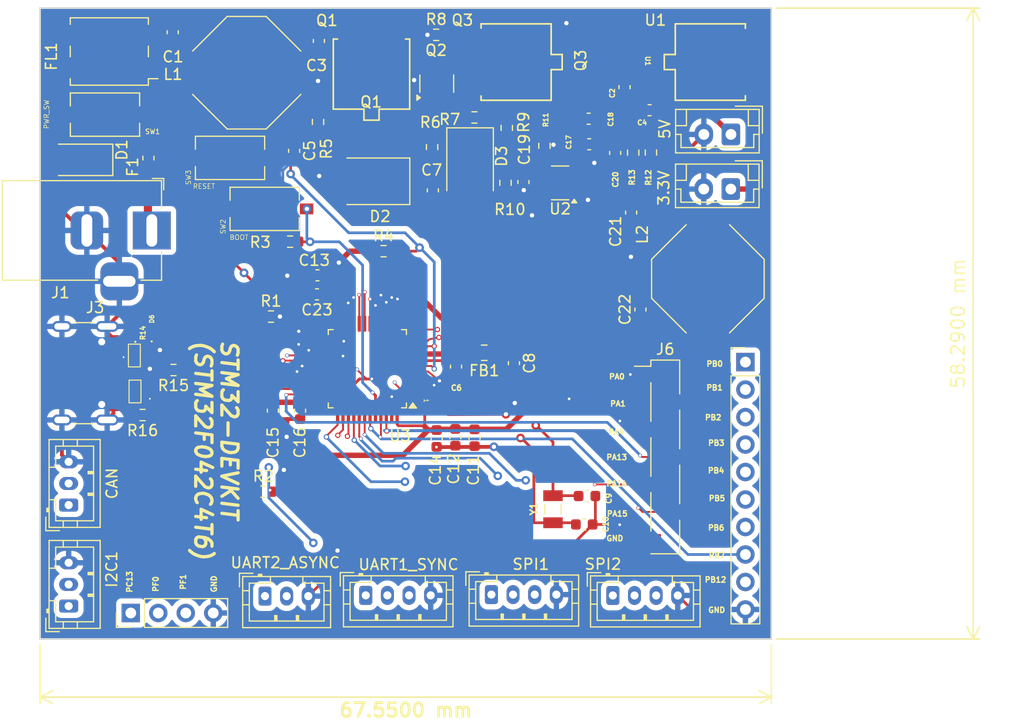
<source format=kicad_pcb>
(kicad_pcb (version 20221018) (generator pcbnew)
  (layers (0 "F.Cu" signal) (1 "In1.Cu" signal) (2 "In2.Cu" signal) (31 "B.Cu" signal) (34 "B.Paste" user) (35 "F.Paste" user) (36 "B.SilkS" user "B.Silkscreen") (37 "F.SilkS" user "F.Silkscreen") (38 "B.Mask" user) (39 "F.Mask" user) (44 "Edge.Cuts" user))
  (net 0 "")
  (net 1 "Net-(C1-Pad1)")
  (net 2 "GND")
  (net 3 "+12V")
  (net 4 "/VIN")
  (net 5 "+5V")
  (net 6 "/RST")
  (net 7 "/VDDA")
  (net 8 "/VRP_OUT")
  (net 9 "/OSC_OUT")
  (net 10 "/OSC_IN")
  (net 11 "+3V3")
  (net 12 "Net-(C19-Pad1)")
  (net 13 "Net-(U2-SW)")
  (net 14 "Net-(C20-Pad1)")
  (net 15 "Net-(D2-A)")
  (net 16 "Net-(D3-K)")
  (net 17 "Net-(F1-Pad1)")
  (net 18 "Net-(FL1-Pad1)")
  (net 19 "Net-(D6-A)")
  (net 20 "Net-(J3-CC1)")
  (net 21 "/USB_D+")
  (net 22 "/USB_D-")
  (net 24 "Net-(J3-CC2)")
  (net 26 "/PC13")
  (net 27 "/PF0")
  (net 28 "/PF1")
  (net 29 "/PA0")
  (net 30 "/PA1")
  (net 31 "/PA4")
  (net 32 "/PA13")
  (net 33 "/PA14")
  (net 34 "/PA15")
  (net 35 "/PB0")
  (net 36 "/PB1")
  (net 37 "/PB2")
  (net 38 "/PB3")
  (net 39 "/PB4")
  (net 40 "/PB5")
  (net 41 "/PB6")
  (net 42 "/PB7")
  (net 43 "/PB12")
  (net 44 "/UART1_RX")
  (net 45 "/UART1_TX")
  (net 46 "/UART1_CK")
  (net 47 "/SPI2_SCK")
  (net 48 "/SPI2_MISO")
  (net 49 "/SPI2_MOSI")
  (net 50 "/SPI1_SCK")
  (net 51 "/SPI1_MISO")
  (net 52 "/SPI1_MOSI")
  (net 53 "/CAN_RX")
  (net 54 "/CAN_TX")
  (net 55 "/I2C1_SDA")
  (net 56 "/I2C1_SCL")
  (net 57 "/UART2_TX")
  (net 58 "/UART2_RX")
  (net 59 "Net-(Q2-B)")
  (net 60 "Net-(Q2-E)")
  (net 61 "/BOOT")
  (net 62 "Net-(U2-EN)")
  (net 63 "Net-(U2-BST)")
  (net 64 "Net-(U2-FB)")
  (net 65 "Net-(D1-Pad1)")
  (net 66 "Net-(J3-VBUS-PadA4)")
  (footprint "Connector_JST:JST_PH_B3B-PH-K_1x03_P2.00mm_Vertical" (layer "F.Cu") (at 52.39 95.01 90)
    (fp_text reference "J12" hide)
    (fp_text value "I2C1")
  )
  (footprint "Connector_BarrelJack:BarrelJack_Horizontal" (layer "F.Cu") (at 60.07 60.3025)
    (fp_text reference "J1")
    (fp_text value "\nPJ-102A\n" hide)
  )
  (footprint "Capacitor_SMD:C_0603_1608Metric" (layer "F.Cu") (at 75.375 64.45)
    (fp_text reference "C13")
    (fp_text value "100nF" hide)
  )
  (footprint "Connector_JST:JST_PH_B4B-PH-K_1x04_P2.00mm_Vertical" (layer "F.Cu") (at 91.45 93.95)
    (fp_text reference "J10" hide)
    (fp_text value "SPI1")
  )
  (footprint "Capacitor_SMD:C_0603_1608Metric" (layer "F.Cu") (at 100.485 52.34)
    (fp_text reference "C17")
    (fp_text value "22uF" hide)
  )
  (footprint "Capacitor_SMD:C_0603_1608Metric" (layer "F.Cu") (at 105.22 67.61 90)
    (fp_text reference "C22")
    (fp_text value "0.1uF" hide)
  )
  (footprint "Capacitor_SMD:C_0603_1608Metric" (layer "F.Cu") (at 106.065 49.19)
    (fp_text reference "C4")
    (fp_text value "0.1uF" hide)
  )
  (footprint "Diode_SMD:Vishay_SMPA" (layer "F.Cu") (at 53.45 53.78 180)
    (fp_text reference "D1")
    (fp_text value "T6N33CA" hide)
  )
  (footprint "Capacitor_SMD:C_0603_1608Metric" (layer "F.Cu") (at 73.77 76.955 90)
    (fp_text reference "C16")
    (fp_text value "100nF" hide)
  )
  (footprint "Inductor_SMD:L_Bourns-SRU1028_10.0x10.0mm" (layer "F.Cu") (at 111.45 64.77 -90)
    (fp_text reference "L2")
    (fp_text value "4.7uH(SRU1048-4R7Y)" hide)
  )
  (footprint "Resistor_SMD:R_0603_1608Metric" (layer "F.Cu") (at 106.19 53.1 -90)
    (fp_text reference "R12")
    (fp_text value "13k" hide)
  )
  (footprint "Diode_SMD:D_SMB" (layer "F.Cu") (at 80.25 55.76 180)
    (fp_text reference "D2")
    (fp_text value "1SMA5929BT3G" hide)
  )
  (footprint "Resistor_SMD:R_0603_1608Metric" (layer "F.Cu") (at 81.485 62.22)
    (fp_text reference "R4")
    (fp_text value "10k" hide)
  )
  (footprint "Package_TO_SOT_SMD:SOT-23-3" (layer "F.Cu") (at 86.4 46.7375 90)
    (fp_text reference "Q2")
    (fp_text value "MMBT2907A-TP" hide)
  )
  (footprint "Capacitor_SMD:C_0603_1608Metric" (layer "F.Cu") (at 86.04 56.6 -90)
    (fp_text reference "C7")
    (fp_text value "22uF" hide)
  )
  (footprint "Capacitor_SMD:C_0603_1608Metric" (layer "F.Cu") (at 62 41.99 -90)
    (fp_text reference "C1")
    (fp_text value "22uF" hide)
  )
  (footprint "Connector_JST:JST_PH_B3B-PH-K_1x03_P2.00mm_Vertical" (layer "F.Cu") (at 70.53 94.09)
    (fp_text reference "J13" hide)
    (fp_text value "UART2_ASYNC")
  )
  (footprint "Capacitor_SMD:C_0603_1608Metric" (layer "F.Cu") (at 89.89 79.455 -90)
    (fp_text reference "C11")
    (fp_text value "4.7uF" hide)
  )
  (footprint "Connector_JST:JST_PH_B4B-PH-K_1x04_P2.00mm_Vertical" (layer "F.Cu") (at 102.67 94.03)
    (fp_text reference "J9" hide)
    (fp_text value "SPI2")
  )
  (footprint "Resistor_SMD:R_0603_1608Metric" (layer "F.Cu") (at 86.35 42.23)
    (fp_text reference "R8")
    (fp_text value "4.7k" hide)
  )
  (footprint "DPAK:TO252_AOS-M" (layer "F.Cu") (at 93.7325 44.746 90)
    (fp_text reference "Q3")
    (fp_text value "AOD4185")
  )
  (footprint "Resistor_SMD:R_0603_1608Metric" (layer "F.Cu") (at 92.87 50.83 -90)
    (fp_text reference "R9")
    (fp_text value "100k" hide)
  )
  (footprint "Capacitor_SMD:C_0603_1608Metric" (layer "F.Cu") (at 104.36 58.65 -90)
    (fp_text reference "C21")
    (fp_text value "22uF" hide)
  )
  (footprint "OSCILLATOR:XTAL_CM7V-T1A-32.768KHZ-12.5PF-100PPM-TB-QC" (layer "F.Cu") (at 97.14 86.06 90)
    (fp_text reference "Y1")
    (fp_text value "CM7V-T1A-32.768kHz" hide)
  )
  (footprint "Button_Switch_SMD:SW_Tactile_SPST_NO_Straight_CK_PTS636Sx25SMTRLFS" (layer "F.Cu") (at 67.3 53.6)
    (fp_text reference "SW3" hide)
    (fp_text value "\nPTS636 SM50 SMTR LFS\n" hide)
  )
  (footprint "Connector_PinHeader_2.54mm:PinHeader_1x07_P2.54mm_Vertical_SMD_Pin1Left" (layer "F.Cu") (at 107.515 81.23)
    (fp_text reference "J6")
    (fp_text value "PORTA_IO" hide)
  )
  (footprint "Resistor_SMD:R_0603_1608Metric" (layer "F.Cu") (at 71.085 68.26)
    (fp_text reference "R1")
    (fp_text value "10k" hide)
  )
  (footprint "Capacitor_SMD:C_0603_1608Metric" (layer "F.Cu") (at 100.28 84.84 180)
    (fp_text reference "C9")
    (fp_text value "9pF" hide)
  )
  (footprint "Capacitor_SMD:C_0603_1608Metric" (layer "F.Cu") (at 73.22 52.945 -90)
    (fp_text reference "C5")
    (fp_text value "0.1uF" hide)
  )
  (footprint "Fuse:Fuse_0603_1608Metric_Pad1.05x0.95mm_HandSolder" (layer "F.Cu") (at 59.76 53.615 90)
    (fp_text reference "F1")
    (fp_text value "SF-0603SP400R-2" hide)
  )
  (footprint "Capacitor_SMD:C_0603_1608Metric" (layer "F.Cu") (at 88.12 79.415 90)
    (fp_text reference "C12")
    (fp_text value "100nF" hide)
  )
  (footprint "tvs_diode_footprint:tvs_diode_footprint" (layer "F.Cu") (at 58.46 71.86 90)
    (fp_text reference "D4" hide)
    (fp_text value "T6N33CA" hide)
  )
  (footprint "Connector_JST:JST_PH_B3B-PH-K_1x03_P2.00mm_Vertical" (layer "F.Cu") (at 52.39 85.68 90)
    (fp_text reference "J11" hide)
    (fp_text value "CAN")
  )
  (footprint "Resistor_SMD:R_0603_1608Metric" (layer "F.Cu") (at 85.97 52.595 90)
    (fp_text reference "R6")
    (fp_text value "2.2k" hide)
  )
  (footprint "Button_Switch_SMD:SW_Tactile_SPST_NO_Straight_CK_PTS636Sx25SMTRLFS" (layer "F.Cu") (at 55.745 49.6)
    (fp_text reference "SW1")
    (fp_text value "CFS-0102TB" hide)
  )
  (footprint "Connector_JST:JST_EH_B2B-EH-A_1x02_P2.50mm_Vertical" (layer "F.Cu") (at 113.58 51.43 180)
    (fp_text reference "J4" hide)
    (fp_text value "5V")
  )
  (footprint "Connector_JST:JST_EH_B2B-EH-A_1x02_P2.50mm_Vertical" (layer "F.Cu") (at 113.57 56.48 180)
    (fp_text reference "J2" hide)
    (fp_text value "3.3V")
  )
  (footprint "Capacitor_SMD:C_0603_1608Metric" (layer "F.Cu") (at 94.41 55.83 -90)
    (fp_text reference "C19")
    (fp_text value "1uF" hide)
  )
  (footprint "Connector_JST:JST_PH_B4B-PH-K_1x04_P2.00mm_Vertical" (layer "F.Cu") (at 79.84 94.02)
    (fp_text reference "J8" hide)
    (fp_text value "UART1_SYNC")
  )
  (footprint "LED_SMD:LED_0201_0603Metric" (layer "F.Cu") (at 60.06 69.695 90)
    (fp_text reference "D6")
    (fp_text value "LED")
  )
  (footprint "Capacitor_SMD:C_0603_1608Metric" (layer "F.Cu") (at 75.335 66.21 180)
    (fp_text reference "C23")
    (fp_text value "4.7uF" hide)
  )
  (footprint "Capacitor_SMD:C_0603_1608Metric" (layer "F.Cu") (at 100.03 87.47 180)
    (fp_text reference "C10")
    (fp_text value "9pF" hide)
  )
  (footprint "Package_TO_SOT_SMD:TSOT-23-6" (layer "F.Cu") (at 97.8 55.91 180)
    (fp_text reference "U2")
    (fp_text value "MP1476" hide)
  )
  (footprint "Inductor_SMD:L_Bourns-SRU1028_10.0x10.0mm" (layer "F.Cu") (at 68.84 45.73)
    (fp_text reference "L1")
    (fp_text value "4.7uH(SRU1048-4R7Y)" hide)
  )
  (footprint "Capacitor_SMD:C_0603_1608Metric" (layer "F.Cu") (at 71.26 76.955 90)
    (fp_text reference "C15")
    (fp_text value "4.7uF" hide)
  )
  (footprint "tvs_diode_footprint:tvs_diode_footprint" (layer "F.Cu") (at 58.52 75.18 -90)
    (fp_text reference "D5" hide)
    (fp_text value "T6N33CA" hide)
  )
  (footprint "LED_SMD:LED_0201_0603Metric" (layer "F.Cu") (at 58.55 69.7325 90)
    (fp_text reference "R14")
    (fp_text value "330R" hide)
  )
  (footprint "Capacitor_SMD:C_0603_1608Metric" (layer "F.Cu") (at 102.885 53.14 -90)
    (fp_text reference "C20")
    (fp_text value "1uF" hide)
  )
  (footprint "Capacitor_SMD:C_0603_1608Metric" (layer "F.Cu") (at 100.435 49.98)
    (fp_text reference "C18")
    (fp_text value "0.1uF" hide)
  )
  (footprint "Capacitor_SMD:C_0603_1608Metric" (layer "F.Cu") (at 86.39 79.52 90)
    (fp_text reference "C14")
    (fp_text value "100nF" hide)
  )
  (footprint "Capacitor_SMD:C_0603_1608Metric" (layer "F.Cu") (at 103.75 47.06 90)
    (fp_text reference "C2")
    (fp_text value "0.33uF" hide)
  )
  (footprint "Capacitor_SMD:C_0603_1608Metric" (layer "F.Cu") (at 75.51 42.795 -90)
    (fp_text reference "C3")
    (fp_text value "22uF" hide)
  )
  (footprint "Resistor_SMD:R_0603_1608Metric" (layer "F.Cu") (at 72.85 61.34)
    (fp_text reference "R3")
    (fp_text value "4.7k" hide)
  )
  (footprint "Resistor_SMD:R_0603_1608Metric" (layer "F.Cu") (at 89.88 49.86)
    (fp_text reference "R7")
    (fp_text value "1k" hide)
  )
  (footprint "Resistor_SMD:R_0603_1608Metric" (layer "F.Cu") (at 59.22 77.36 180)
    (fp_text reference "R16")
    (fp_text value "4.7k" hide)
  )
  (footprint "Connector_PinHeader_2.54mm:PinHeader_1x04_P2.54mm_Vertical" (layer "F.Cu") (at 58.13 95.65 90)
    (fp_text reference "J5" hide)
    (fp_text value "PORTFIO" hide)
  )
  (footprint "Inductor_SMD:L_CommonModeChoke_TDK_ACM7060" (layer "F.Cu") (at 56.145 43.77 180)
    (fp_text reference "FL1")
    (fp_text value "\nACM70V-701-2PL-TL00\n" hide)
  )
  (footprint "Diode_SMD:D_SMB" (layer "F.Cu") (at 89.48 54.4825 -90)
    (fp_text reference "D3")
    (fp_text value "1SMA5929BT3G" hide)
  )
  (footprint "Resistor_SMD:R_0603_1608Metric" (layer "F.Cu") (at 70.38 84.44)
    (fp_text reference "R2")
    (fp_text value "10k" hide)
  )
  (footprint "Fuse:Fuse_0805_2012Metric" (layer "F.Cu") (at 90.79 71.605 180)
    (fp_text reference "FB1")
    (fp_text value "120R" hide)
  )
  (footprint "Capacitor_SMD:C_0603_1608Metric" (layer "F.Cu") (at 93.53 72.565 -90)
    (fp_text reference "C8")
    (fp_text value "10nF" hide)
  )
  (footprint "Resistor_SMD:R_0603_1608Metric" (layer "F.Cu") (at 62.075 73.2 180)
    (fp_text reference "R15")
    (fp_text value "4.7k" hide)
  )
  (footprint "Connector_PinHeader_2.54mm:PinHeader_1x10_P2.54mm_Vertical" (layer "F.Cu") (at 114.92 72.465)
    (fp_text reference "J7" hide)
    (fp_text value "PORTB_IO" hide)
  )
  (footprint "DPAK:TO252_AOS" (layer "F.Cu") (at 111.6767 44.744 -90)
    (fp_text reference "U1")
    (fp_text value "L7805CV")
  )
  (footprint "Resistor_SMD:R_0603_1608Metric" (layer "F.Cu") (at 75.43 50.275 90)
    (fp_text reference "R5")
    (fp_text value "1k" hide)
  )
  (footprint "Package_QFP:LQFP-48_7x7mm_P0.5mm" (layer "F.Cu") (at 79.9875 73.08 180)
    (fp_text reference "U3")
    (fp_text value "STM32F042C4Tx" hide)
  )
  (footprint "Button_Switch_SMD:SW_Tactile_SPST_NO_Straight_CK_PTS636Sx25SMTRLFS" (layer "F.Cu") (at 70.5 58.31)
    (fp_text reference "SW2" hide)
    (fp_text value "\nPTS636 SM50 SMTR LFS\n" hide)
  )
  (footprint "Resistor_SMD:R_0603_1608Metric" (layer "F.Cu") (at 92.75 55.9 90)
    (fp_text reference "R10")
    (fp_text value "10R" hide)
  )
  (footprint "Capacitor_SMD:C_0603_1608Metric" (layer "F.Cu") (at 88.18 72.885 -90)
    (fp_text reference "C6")
    (fp_text value "1uF" hide)
  )
  (footprint "Resistor_SMD:R_0603_1608Metric" (layer "F.Cu") (at 104.55 53.11 -90)
    (fp_text reference "R13")
    (fp_text value "40.2k" hide)
  )
  (footprint "Connector_USB:USB_C_Receptacle_GCT_USB4105-xx-A_16P_TopMnt_Horizontal" (layer "F.Cu") (at 52.84 73.49 -90)
    (fp_text reference "J3")
    (fp_text value "USB4105-GF-A" hide)
  )
  (footprint "Resistor_SMD:R_0603_1608Metric" (layer "F.Cu") (at 96.35 52.48 90)
    (fp_text reference "R11")
    (fp_text value "47k" hide)
  )
  (footprint "DPAK:TO252_AOS-M" (layer "F.Cu") (at 80.37 45.8567)
    (fp_text reference "Q1")
    (fp_text value "AOD4185")
  )
  (gr_rect (start 49.75 39.76) (end 117.3 98.05) (stroke (width 0.15)) (fill none) (layer "Edge.Cuts"))
  (gr_text "BOOT" (at 67.23 61.21) (layer "F.SilkS") (effects (font (size 0.45 0.45) (thickness 0.05625)) (justify left bottom)))
  (gr_text "PB7" (at 111.47 90.62) (layer "F.SilkS") (effects (font (size 0.5 0.5) (thickness 0.125)) (justify left bottom)))
  (gr_text "PB0" (at 111.26 72.92) (layer "F.SilkS") (effects (font (size 0.5 0.5) (thickness 0.125)) (justify left bottom)))
  (gr_text "PA15" (at 102.06 86.77) (layer "F.SilkS") (effects (font (size 0.5 0.5) (thickness 0.125)) (justify left bottom)))
  (gr_text "PF1" (at 63.26 93.56 90) (layer "F.SilkS") (effects (font (size 0.5 0.5) (thickness 0.125)) (justify left bottom)))
  (gr_text "SW3" (at 63.72 56.13 90) (layer "F.SilkS") (effects (font (size 0.45 0.45) (thickness 0.05625)) (justify left bottom)))
  (gr_text "PB5" (at 111.47 85.35) (layer "F.SilkS") (effects (font (size 0.5 0.5) (thickness 0.125)) (justify left bottom)))
  (gr_text "PB4" (at 111.39 82.78) (layer "F.SilkS") (effects (font (size 0.5 0.5) (thickness 0.125)) (justify left bottom)))
  (gr_text "STM32-DEVKIT\n(STM32F042C4T6)" (at 63.93 70.32 -90) (layer "F.SilkS") (effects (font (size 1.5 1.5) (thickness 0.3) bold italic) (justify left bottom)))
  (gr_text "PF0" (at 60.73 93.76 90) (layer "F.SilkS") (effects (font (size 0.5 0.5) (thickness 0.125)) (justify left bottom)))
  (gr_text "PA13" (at 102.01 81.55) (layer "F.SilkS") (effects (font (size 0.5 0.5) (thickness 0.125)) (justify left bottom)))
  (gr_text "GND" (at 102.01 89.05) (layer "F.SilkS") (effects (font (size 0.5 0.5) (thickness 0.125)) (justify left bottom)))
  (gr_text "PB3" (at 111.41 80.23) (layer "F.SilkS") (effects (font (size 0.5 0.5) (thickness 0.125)) (justify left bottom)))
  (gr_text "GND\n" (at 111.42 95.67) (layer "F.SilkS") (effects (font (size 0.5 0.5) (thickness 0.125)) (justify left bottom)))
  (gr_text "1" (at 85.18 75.8 -90) (layer "F.SilkS") (effects (font (size 0.4 0.4) (thickness 0.0625)) (justify left bottom)))
  (gr_text "SW2" (at 66.92 60.67 90) (layer "F.SilkS") (effects (font (size 0.45 0.45) (thickness 0.05625)) (justify left bottom)))
  (gr_text "PB6" (at 111.4 88.07) (layer "F.SilkS") (effects (font (size 0.5 0.5) (thickness 0.125)) (justify left bottom)))
  (gr_text "PA14" (at 102.01 84) (layer "F.SilkS") (effects (font (size 0.5 0.5) (thickness 0.125)) (justify left bottom)))
  (gr_text "PB2" (at 111.12 77.88) (layer "F.SilkS") (effects (font (size 0.5 0.5) (thickness 0.125)) (justify left bottom)))
  (gr_text "RESET" (at 63.84 56.49) (layer "F.SilkS") (effects (font (size 0.45 0.45) (thickness 0.05625)) (justify left bottom)))
  (gr_text "PA0" (at 102.26 74.1) (layer "F.SilkS") (effects (font (size 0.5 0.5) (thickness 0.125)) (justify left bottom)))
  (gr_text "PA1" (at 102.36 76.6) (layer "F.SilkS") (effects (font (size 0.5 0.5) (thickness 0.125)) (justify left bottom)))
  (gr_text "GND\n" (at 66.11 93.81 90) (layer "F.SilkS") (effects (font (size 0.5 0.5) (thickness 0.125)) (justify left bottom)))
  (gr_text "PA4" (at 102.19 79.22) (layer "F.SilkS") (effects (font (size 0.5 0.5) (thickness 0.125)) (justify left bottom)))
  (gr_text "PC13" (at 58.31 93.83 90) (layer "F.SilkS") (effects (font (size 0.5 0.5) (thickness 0.125)) (justify left bottom)))
  (gr_text "PWR_SW\n" (at 50.61 50.96 90) (layer "F.SilkS") (effects (font (size 0.45 0.45) (thickness 0.05625)) (justify left bottom)))
  (gr_text "PB12" (at 111.1 92.87) (layer "F.SilkS") (effects (font (size 0.5 0.5) (thickness 0.125)) (justify left bottom)))
  (gr_text "PB1" (at 111.25 75.12) (layer "F.SilkS") (effects (font (size 0.5 0.5) (thickness 0.125)) (justify left bottom)))
  (dimension (type aligned) (layer "F.SilkS") (pts (xy 49.77 98.1) (xy 117.32 98.1)) (height 5.32) (gr_text "67.5500 mm" (at 83.545 104.63) (layer "F.SilkS") (effects (font (size 1.27 1.27) (thickness 0.254) bold))) (format (prefix "") (suffix "") (units 3) (units_format 1) (precision 4)) (style (thickness 0.15) (arrow_length 1.27) (text_position_mode 2) (extension_height 0.58642) (extension_offset 0.5) keep_text_aligned))
  (dimension (type aligned) (layer "F.SilkS") (pts (xy 117.3 98.05) (xy 117.3 39.76)) (height 18.67) (gr_text "58.2900 mm" (at 134.57 68.905 90) (layer "F.SilkS") (effects (font (size 1.25 1.25) (thickness 0.15)))) (format (prefix "") (suffix "") (units 3) (units_format 1) (precision 4)) (style (thickness 0.15) (arrow_length 1.27) (text_position_mode 0) (extension_height 0.58642) (extension_offset 0.5) keep_text_aligned))
  (segment (start 59.395 42.27) (end 60.375 41.29) (width 0.75) (layer "F.Cu") (net 1))
  (segment (start 64.355 41.225) (end 64.355 45.705) (width 0.75) (layer "F.Cu") (net 1))
  (segment (start 60.45 41.215) (end 62 41.215) (width 0.75) (layer "F.Cu") (net 1))
  (segment (start 60.375 41.29) (end 60.45 41.215) (width 0.75) (layer "F.Cu") (net 1))
  (segment (start 62.015 41.19) (end 64.32 41.19) (width 0.75) (layer "F.Cu") (net 1))
  (segment (start 99.69 56.86) (end 100.31 57.48) (width 0.35) (layer "F.Cu") (net 2))
  (segment (start 86.39 80.295) (end 86.37 80.32) (width 0.35) (layer "F.Cu") (net 2))
  (segment (start 79.84 74.03) (end 79.26 74.03) (width 0.25) (layer "F.Cu") (net 2))
  (segment (start 101.21 49.98) (end 101.21 52.29) (width 0.35) (layer "F.Cu") (net 2))
  (segment (start 66.98 91.43) (end 77.19 91.43) (width 0.25) (layer "F.Cu") (net 2))
  (segment (start 62.12 52.295) (end 63.425 53.6) (width 0.35) (layer "F.Cu") (net 2))
  (segment (start 79.86 74.01) (end 79.84 74.03) (width 0.25) (layer "F.Cu") (net 2))
  (segment (start 105.29 48.07) (end 105.055 47.835) (width 0.25) (layer "F.Cu") (net 2))
  (segment (start 97.45 90.825) (end 100.805 87.47) (width 0.25) (layer "F.Cu") (net 2))
  (segment (start 52.39 81.68) (end 51.765 81.055) (width 0.35) (layer "F.Cu") (net 2))
  (segment (start 77.9 75.31) (end 77.88 75.33) (width 0.25) (layer "F.Cu") (net 2))
  (segment (start 62.12 43.87) (end 62 43.75) (width 0.35) (layer "F.Cu") (net 2))
  (segment (start 77.88 75.33) (end 75.8275 75.33) (width 0.25) (layer "F.Cu") (net 2))
  (segment (start 81.52 73.53) (end 81.5 73.53) (width 0.17) (layer "F.Cu") (net 2))
  (segment (start 72.53 79.37) (end 72.5 79.37) (width 0.35) (layer "F.Cu") (net 2))
  (segment (start 59.89 75.85) (end 60.045 76.005) (width 0.25) (layer "F.Cu") (net 2))
  (segment (start 79.05 73.17) (end 79.91 74.03) (width 0.17) (layer "F.Cu") (net 2))
  (segment (start 85.87 90.97) (end 97.45 90.97) (width 0.25) (layer "F.Cu") (net 2))
  (segment (start 66.56 91.01) (end 66.98 91.43) (width 0.25) (layer "F.Cu") (net 2))
  (segment (start 91.68 80.29) (end 91.685 80.295) (width 0.35) (layer "F.Cu") (net 2))
  (segment (start 58.52 75.68) (end 59.72 75.68) (width 0.25) (layer "F.Cu") (net 2))
  (segment (start 107.53 51.43) (end 111.08 51.43) (width 0.35) (layer "F.Cu") (net 2))
  (segment (start 104.36 62.72) (end 104.34 62.74) (width 0.35) (layer "F.Cu") (net 2))
  (segment (start 86.37 80.32) (end 91.675 80.295) (width 0.35) (layer "F.Cu") (net 2))
  (segment (start 108.67 91.66) (end 108.67 94.03) (width 0.25) (layer "F.Cu") (net 2))
  (segment (start 100.31 57.48) (end 100.37 57.48) (width 0.35) (layer "F.Cu") (net 2))
  (segment (start 55.945 69.715) (end 56.52 70.29) (width 0.35) (layer "F.Cu") (net 2))
  (segment (start 101.055 84.84) (end 101.055 87.22) (width 0.25) (layer "F.Cu") (net 2))
  (segment (start 79.05 73.15) (end 79.05 73.17) (width 0.17) (layer "F.Cu") (net 2))
  (segment (start 101.605 49.98) (end 103.75 47.835) (width 0.35) (layer "F.Cu") (net 2))
  (segment (start 80.4 74.02) (end 80.39 74.03) (width 0.25) (layer "F.Cu") (net 2))
  (segment (start 51.765 77.81) (end 51.765 69.17) (width 0.35) (layer "F.Cu") (net 2))
  (segment (start 82.24 75.23) (end 81.03 74.02) (width 0.25) (layer "F.Cu") (net 2))
  (segment (start 86.04 57.375) (end 76.931116 57.375) (width 0.35) (layer "F.Cu") (net 2))
  (segment (start 78.65 74.64) (end 77.96 75.33) (width 0.25) (layer "F.Cu") (net 2))
  (segment (start 52.62 59.31) (end 51.44 58.13) (width 0.35) (layer "F.Cu") (net 2))
  (segment (start 105.86 88.85) (end 108.67 91.66) (width 0.25) (layer "F.Cu") (net 2))
  (segment (start 59.72 75.68) (end 59.89 75.85) (width 0.25) (layer "F.Cu") (net 2))
  (segment (start 79.91 74.03) (end 79.88 74.03) (width 0.25) (layer "F.Cu") (net 2))
  (segment (start 85.84 90.94) (end 85.87 90.97) (width 0.25) (layer "F.Cu") (net 2))
  (segment (start 72.59 64.48) (end 72.59 61.905) (width 0.25) (layer "F.Cu") (net 2))
  (segment (start 82.24 75.66) (end 82.24 75.23) (width 0.25) (layer "F.Cu") (net 2))
  (segment (start 100.805 87.47) (end 103.28 87.47) (width 0.25) (layer "F.Cu") (net 2))
  (segment (start 81.5 73.55) (end 81.03 74.02) (width 0.17) (layer "F.Cu") (net 2))
  (segment (start 72.61 77.73) (end 73.77 77.73) (width 0.35) (layer "F.Cu") (net 2))
  (segment (start 98.9375 56.86) (end 99.69 56.86) (width 0.35) (layer "F.Cu") (net 2))
  (segment (start 109.965 95.325) (end 114.92 95.325) (width 0.25) (layer "F.Cu") (net 2))
  (segment (start 65.75 95.65) (end 65.75 91.93) (width 0.25) (layer "F.Cu") (net 2))
  (segment (start 75.551472 55.995356) (end 75.551472 55.281472) (width 0.35) (layer "F.Cu") (net 2))
  (segment (start 77.19 91.43) (end 77.325 91.295) (width 0.25) (layer "F.Cu") (net 2))
  (segment (start 57.07 68.045) (end 57.07 65.0025) (width 0.35) (layer "F.Cu") (net 2))
  (segment (start 73.22 51.66) (end 75.43 49.45) (width 0.35) (layer "F.Cu") (net 2))
  (segment (start 105.29 49.19) (end 107.53 51.43) (width 0.35) (layer "F.Cu") (net 2))
  (segment (start 104.34 62.74) (end 104.36 62.76) (width 0.35) (layer "F.Cu") (net 2))
  (segment (start 50.54 52.88) (end 50.54 45.6) (width 0.35) (layer "F.Cu") (net 2))
  (segment (start 104.36 65.975) (end 105.22 66.835) (width 0.35) (layer "F.Cu") (net 2))
  (segment (start 57.07 63.3025) (end 54.07 60.3025) (width 0.35) (layer "F.Cu") (net 2))
  (segment (start 81.02 74.03) (end 80.41 74.03) (width 0.25) (layer "F.Cu") (net 2))
  (segment (start 105.29 48.07) (end 105.29 49.19) (width 0.35) (layer "F.Cu") (net 2))
  (segment (start 84.1525 72.33) (end 86.85 72.33) (width 0.25) (layer "F.Cu") (net 2))
  (segment (start 100.37 57.48) (end 100.37 57.54) (width 0.35) (layer "F.Cu") (net 2))
  (segment (start 65.75 91.93) (end 66.25 91.43) (width 0.25) (layer "F.Cu") (net 2))
  (segment (start 80.41 74.03) (end 80.4 74.02) (width 0.25) (layer "F.Cu") (net 2))
  (segment (start 54.495 43.87) (end 62.12 43.87) (width 0.35) (layer "F.Cu") (net 2))
  (segment (start 86.85 72.33) (end 88.18 73.66) (width 0.25) (layer "F.Cu") (net 2))
  (segment (start 103.28 87.47) (end 103.3 87.49) (width 0.25) (layer "F.Cu") (net 2))
  (segment (start 50.54 45.6) (end 50.87 45.27) (width 0.35) (layer "F.Cu") (net 2))
  (segment (start 72.61 79.26) (end 72.53 79.34) (width 0.35) (layer "F.Cu") (net 2))
  (segment (start 77.96 75.33) (end 77.92 75.33) (width 0.25) (layer "F.Cu") (net 2))
  (segment (start 63.425 53.6) (end 64.855 52.17) (width 0.35) (layer "F.Cu") (net 2))
  (segment (start 62.12 43.87) (end 62.12 52.295) (width 0.35) (layer "F.Cu") (net 2))
  (segment (start 72.5 79.37) (end 72.52 79.35) (width 0.35) (layer "F.Cu") (net 2))
  (segment (start 97.45 90.97) (end 97.45 90.825) (width 0.25) (layer "F.Cu") (net 2))
  (segment (start 75.43 46.49) (end 75.43 43.65) (width 0.35) (layer "F.Cu") (net 2))
  (segment (start 55.945 69.17) (end 55.945 69.715) (width 0.35) (layer "F.Cu") (net 2))
  (segment (start 56.52 76.69) (end 56.52 77.235) (width 0.35) (layer "F.Cu") (net 2))
  (segment (start 75.43 49.45) (end 75.43 46.49) (width 0.35) (layer "F.Cu") (net 2))
  (segment (start 50.87 45.27) (end 52.895 45.27) (width 0.35) (layer "F.Cu") (net 2))
  (segment (start 79.17 74.08) (end 79.17 74.12) (width 0.25) (layer "F.Cu") (net 2))
  (segment (start 72.59 64.48) (end 72.62 64.45) (width 0.25) (layer "F.Cu") (net 2))
  (segment (start 108.585 53.925) (end 111.08 51.43) (width 0.35) (layer "F.Cu") (net 2))
  (segment (start 103.3 87.49) (end 103.32 87.47) (width 0.25) (layer "F.Cu") (net 2))
  (segment (start 85.84 90.52) (end 78.1 90.52) (width 0.25) (layer "F.Cu") (net 2))
  (segment (start 60.06 70.59) (end 60.82 71.35) (width 0.25) (layer "F.Cu") (net 2))
  (segment (start 53.0775 59.31) (end 52.62 59.31) (width 0.35) (layer "F.Cu") (net 2))
  (segment (start 58.46 71.36) (end 60.81 71.36) (width 0.25) (layer "F.Cu") (net 2))
  (segment (start 77.74 70.47) (end 77.81 70.54) (width 0.17) (layer "F.Cu") (net 2))
  (segment (start 82.72 72.33) (end 82.5 72.55) (width 0.17) (layer "F.Cu") (net 2))
  (segment (start 75.54 55.27) (end 75.551472 55.258528) (width 0.35) (layer "F.Cu") (net 2))
  (segment (start 75.551472 55.281472) (end 75.54 55.27) (width 0.35) (layer "F.Cu") (net 2))
  (segment (start 60.06 70.015) (end 60.06 70.59) (width 0.25) (layer "F.Cu") (net 2))
  (segment (start 81.5 73.53) (end 81.5 73.55) (width 0.17) (layer "F.Cu") (net 2))
  (segment (start 111.07 51.44) (end 111.08 51.43) (width 0.35) (layer "F.Cu") (net 2))
  (segment (start 79.88 74.03) (end 79.86 74.01) (width 0.25) (layer "F.Cu") (net 2))
  (segment (start 85.84 94.02) (end 85.84 90.52) (width 0.25) (layer "F.Cu") (net 2))
  (segment (start 101.21 52.29) (end 101.26 52.34) (width 0.25) (layer "F.Cu") (net 2))
  (segment (start 111.07 56.48) (end 111.07 51.44) (width 0.35) (layer "F.Cu") (net 2))
  (segment (start 64.855 52.17) (end 73.22 52.17) (width 0.35) (layer "F.Cu") (net 2))
  (segment (start 100.37 57.54) (end 100.37 57.54) (width 0.35) (layer "F.Cu") (net 2))
  (segment (start 56.52 77.235) (end 55.945 77.81) (width 0.35) (layer "F.Cu") (net 2))
  (segment (start 77.74 68.9175) (end 77.74 70.47) (width 0.17) (layer "F.Cu") (net 2))
  (segment (start 80.39 74.03) (end 79.91 74.03) (width 0.25) (layer "F.Cu") (net 2))
  (segment (start 62.9 72.27) (end 61.98 71.35) (width 0.25) (layer "F.Cu") (net 2))
  (segment (start 60.81 71.36) (end 60.82 71.35) (width 0.25) (layer "F.Cu") (net 2))
  (segment (start 84.1525 72.33) (end 82.72 72.33) (width 0.17) (layer "F.Cu") (net 2))
  (segment (start 72.59 61.905) (end 72.025 61.34) (width 0.25) (layer "F.Cu") (net 2))
  (segment (start 75.551472 54.501472) (end 73.22 52.17) (width 0.35) (layer "F.Cu") (net 2))
  (segment (start 78.1 90.52) (end 77.325 91.295) (width 0.25) (layer "F.Cu") (net 2))
  (segment (start 77.81 70.54) (end 77.74 70.61) (width 0.17) (layer "F.Cu") (net 2))
  (segment (start 82.48 72.57) (end 81.52 73.53) (width 0.17) (layer "F.Cu") (net 2))
  (segment (start 62 43.75) (end 62 42.765) (width 0.35) (layer "F.Cu") (net 2))
  (segment (start 62.9 73.2) (end 62.9 72.27) (width 0.25) (layer "F.Cu") (net 2))
  (segment (start 52.895 42.27) (end 54.495 43.87) (width 0.35) (layer "F.Cu") (net 2))
  (segment (start 74.6 64.45) (end 74.6 66.17) (width 0.25) (layer "F.Cu") (net 2))
  (segment (start 77.79 71.91) (end 79.03 73.15) (width 0.17) (layer "F.Cu") (net 2))
  (segment (start 74.6 66.17) (end 74.56 66.21) (width 0.25) (layer "F.Cu") (net 2))
  (segment (start 78.68 74.61) (end 78.65 74.61) (width 0.25) (layer "F.Cu") (net 2))
  (segment (start 57.07 65.0025) (end 57.07 63.3025) (width 0.35) (layer "F.Cu") (net 2))
  (segment (start 101.21 49.98) (end 101.605 49.98) (width 0.25) (layer "F.Cu") (net 2))
  (segment (start 77.325 91.295) (end 74.53 94.09) (width 0.25) (layer "F.Cu") (net 2))
  (segment (start 76.931116 57.375) (end 75.551472 55.995356) (width 0.35) (layer "F.Cu") (net 2))
  (segment (start 77.74 71.86) (end 77.74 71.86) (width 0.17) (layer "F.Cu") (net 2))
  (segment (start 72.61 77.73) (end 72.61 79.26) (width 0.35) (layer "F.Cu") (net 2))
  (segment (start 86.7825 56.6325) (end 86.04 57.375) (width 0.35) (layer "F.Cu") (net 2))
  (segment (start 79.26 74.03) (end 79.21 74.08) (width 0.25) (layer "F.Cu") (net 2))
  (segment (start 108.67 94.03) (end 109.965 95.325) (width 0.25) (layer "F.Cu") (net 2))
  (segment (start 77.74 70.61) (end 77.74 71.86) (width 0.17) (layer "F.Cu") (net 2))
  (segment (start 59.54 91.01) (end 66.56 91.01) (width 0.25) (layer "F.Cu") (net 2))
  (segment (start 51.765 81.055) (end 51.765 77.81) (width 0.35) (layer "F.Cu") (net 2))
  (segment (start 91.675 80.295) (end 91.68 80.29) (width 0.35) (layer "F.Cu") (net 2))
  (segment (start 75.43 43.65) (end 75.51 43.57) (width 0.35) (layer "F.Cu") (net 2))
  (segment (start 77.74 71.91) (end 77.79 71.91) (width 0.17) (layer "F.Cu") (net 2))
  (segment (start 52.39 81.68) (end 55.97 81.68) (width 0.35) (layer "F.Cu") (net 2))
  (segment (start 79.21 74.08) (end 79.17 74.08) (width 0.25) (layer "F.Cu") (net 2))
  (segment (start 103.32 87.47) (end 104.48 87.47) (width 0.25) (layer "F.Cu") (net 2))
  (segment (start 59.54 85.25) (end 59.54 91.01) (width 0.35) (layer "F.Cu") (net 2))
  (segment (start 89.48 56.6325) (end 86.7825 56.6325) (width 0.35) (layer "F.Cu") (net 2))
  (segment (start 93.21 73.66) (end 93.53 73.34) (width 0.25) (layer "F.Cu") (net 2))
  (segment (start 106.19 53.925) (end 108.585 53.925) (width 0.35) (layer "F.Cu") (net 2))
  (segment (start 105.055 47.835) (end 103.75 47.835) (width 0.25) (layer "F.Cu") (net 2))
  (segment (start 106.33 47.03) (end 105.29 48.07) (width 0.35) (layer "F.Cu") (net 2))
  (segment (start 88.18 73.66) (end 93.21 73.66) (width 0.25) (layer "F.Cu") (net 2))
  (segment (start 104.36 59.425) (end 104.36 62.72) (width 0.35) (layer "F.Cu") (net 2))
  (segment (start 77.92 75.33) (end 77.9 75.31) (width 0.25) (layer "F.Cu") (net 2))
  (segment (start 79.17 74.12) (end 78.68 74.61) (width 0.25) (layer "F.Cu") (net 2))
  (segment (start 73.22 52.17) (end 73.22 51.66) (width 0.35) (layer "F.Cu") (net 2))
  (segment (start 52.895 45.27) (end 52.895 42.27) (width 0.35) (layer "F.Cu") (net 2))
  (segment (start 51.44 53.78) (end 50.54 52.88) (width 0.35) (layer "F.Cu") (net 2))
  (segment (start 52.39 91.01) (end 59.54 91.01) (width 0.25) (layer "F.Cu") (net 2))
  (segment (start 72.62 64.45) (end 74.6 64.45) (width 0.25) (layer "F.Cu") (net 2))
  (segment (start 97.45 93.95) (end 97.45 90.97) (width 0.25) (layer "F.Cu") (net 2))
  (segment (start 51.44 58.13) (end 51.44 53.78) (width 0.35) (layer "F.Cu") (net 2))
  (segment (start 60.045 76.005) (end 60.045 77.36) (width 0.25) (layer "F.Cu") (net 2))
  (segment (start 104.36 62.76) (end 104.36 65.975) (width 0.35) (layer "F.Cu") (net 2))
  (segment (start 54.07 60.3025) (end 53.0775 59.31) (width 0.35) (layer "F.Cu") (net 2))
  (segment (start 51.765 69.17) (end 55.945 69.17) (width 0.35) (layer "F.Cu") (net 2))
  (segment (start 79.03 73.15) (end 79.05 73.15) (width 0.17) (layer "F.Cu") (net 2))
  (segment (start 61.98 71.35) (end 60.82 71.35) (width 0.25) (layer "F.Cu") (net 2))
  (segment (start 77.74 71.86) (end 77.74 71.91) (width 0.17) (layer "F.Cu") (net 2))
  (segment (start 101.055 87.22) (end 100.805 87.47) (width 0.25) (layer "F.Cu") (net 2))
  (segment (start 104.48 87.47) (end 105.86 88.85) (width 0.25) (layer "F.Cu") (net 2))
  (segment (start 71.26 77.73) (end 72.61 77.73) (width 0.35) (layer "F.Cu") (net 2))
  (segment (start 82.24 77.2425) (end 82.24 75.66) (width 0.25) (layer "F.Cu") (net 2))
  (segment (start 55.97 81.68) (end 59.54 85.25) (width 0.35) (layer "F.Cu") (net 2))
  (segment (start 72.53 79.34) (end 72.53 79.37) (width 0.35) (layer "F.Cu") (net 2))
  (segment (start 55.945 69.17) (end 57.07 68.045) (width 0.35) (layer "F.Cu") (net 2))
  (segment (start 66.25 91.43) (end 66.98 91.43) (width 0.25) (layer "F.Cu") (net 2))
  (segment (start 91.685 80.295) (end 91.845 80.295) (width 0.35) (layer "F.Cu") (net 2))
  (segment (start 78.65 74.61) (end 78.65 74.64) (width 0.25) (layer "F.Cu") (net 2))
  (segment (start 75.551472 55.258528) (end 75.551472 54.501472) (width 0.35) (layer "F.Cu") (net 2))
  (via (at 104.34 62.74) (size 0.8) (drill 0.4) (layers "F.Cu" "B.Cu") (net 2))
  (via micro (at 86.37 80.32) (size 0.35) (drill 0.25) (layers "F.Cu" "In1.Cu") (net 2))
  (via (at 72.59 64.48) (size 0.8) (drill 0.4) (layers "F.Cu" "B.Cu") (net 2))
  (via (at 60.82 71.35) (size 0.8) (drill 0.4) (layers "F.Cu" "B.Cu") (net 2))
  (via (at 72.53 79.37) (size 0.8) (drill 0.4) (layers "F.Cu" "B.Cu") (net 2))
  (via (at 79.05 73.15) (size 0.35) (drill 0.25) (layers "F.Cu" "B.Cu") (net 2))
  (via (at 91.68 80.29) (size 0.8) (drill 0.4) (layers "F.Cu" "B.Cu") (net 2))
  (via (at 59.89 75.85) (size 0.3) (drill 0.16) (layers "F.Cu" "B.Cu") (net 2))
  (via (at 85.54 42.23) (size 0.8) (drill 0.4) (layers "F.Cu" "B.Cu") (net 2))
  (via (at 77.74 71.91) (size 0.35) (drill 0.25) (layers "F.Cu" "B.Cu") (net 2))
  (via (at 75.43 46.49) (size 0.8) (drill 0.4) (layers "F.Cu" "B.Cu") (net 2))
  (via (at 77.81 70.54) (size 0.35) (drill 0.25) (layers "F.Cu" "B.Cu") (net 2))
  (via (at 80.4 74.02) (size 0.35) (drill 0.25) (layers "F.Cu" "B.Cu") (net 2))
  (via micro (at 82.24 75.66) (size 0.35) (drill 0.25) (layers "F.Cu" "In1.Cu") (net 2))
  (via (at 103.3 87.49) (size 0.35) (drill 0.25) (layers "F.Cu" "B.Cu") (net 2))
  (via (at 75.54 55.27) (size 0.8) (drill 0.4) (layers "F.Cu" "B.Cu") (net 2))
  (via (at 100.37 57.48) (size 0.8) (drill 0.4) (layers "F.Cu" "B.Cu") (net 2))
  (segment (start 74.54 54.27) (end 75.54 55.27) (width 0.25) (layer "B.Cu") (net 2))
  (segment (start 81.28 46.49) (end 85.54 42.23) (width 0.25) (layer "B.Cu") (net 2))
  (segment (start 72.59 64.48) (end 72.175 64.065) (width 0.25) (layer "B.Cu") (net 2))
  (segment (start 77.81 70.54) (end 76.43 70.54) (width 0.25) (layer "B.Cu") (net 2))
  (segment (start 72.6 66.71) (end 72.59 66.7) (width 0.25) (layer "B.Cu") (net 2))
  (segment (start 72.175 54.765) (end 72.67 54.27) (width 0.25) (layer "B.Cu") (net 2))
  (segment (start 72.59 66.7) (end 72.59 64.48) (width 0.25) (layer "B.Cu") (net 2))
  (segment (start 72.175 64.065) (end 72.175 54.765) (width 0.25) (layer "B.Cu") (net 2))
  (segment (start 100.37 57.48) (end 100.37 58.77) (width 0.25) (layer "B.Cu") (net 2))
  (segment (start 75.43 46.49) (end 81.28 46.49) (width 0.25) (layer "B.Cu") (net 2))
  (segment (start 76.43 70.54) (end 72.6 66.71) (width 0.25) (layer "B.Cu") (net 2))
  (segment (start 100.37 58.77) (end 104.34 62.74) (width 0.25) (layer "B.Cu") (net 2))
  (segment (start 72.67 54.27) (end 74.54 54.27) (width 0.25) (layer "B.Cu") (net 2))
  (segment (start 99.66 49.98) (end 92.895 49.98) (width 1) (layer "F.Cu") (net 3))
  (segment (start 99.13 47.032) (end 99.877 46.285) (width 1) (layer "F.Cu") (net 3))
  (segment (start 99.71 54.15) (end 99.21 54.65) (width 1) (layer "F.Cu") (net 3))
  (segment (start 92.895 49.98) (end 92.87 50.005) (width 1) (layer "F.Cu") (net 3))
  (segment (start 99.71 52.34) (end 99.71 54.15) (width 1) (layer "F.Cu") (net 3))
  (segment (start 103.75 45.038) (end 106.33 42.458) (width 1) (layer "F.Cu") (net 3))
  (segment (start 99.877 46.285) (end 103.75 46.285) (width 1) (layer "F.Cu") (net 3))
  (segment (start 99.66 47.562) (end 99.66 49.98) (width 1) (layer "F.Cu") (net 3))
  (segment (start 99.13 47.032) (end 99.66 47.562) (width 1) (layer "F.Cu") (net 3))
  (segment (start 99.66 52.29) (end 99.71 52.34) (width 1) (layer "F.Cu") (net 3))
  (segment (start 103.75 46.285) (end 103.75 45.038) (width 1) (layer "F.Cu") (net 3))
  (segment (start 99.66 49.98) (end 99.66 52.29) (width 1) (layer "F.Cu") (net 3))
  (segment (start 73.57 42.02) (end 75.51 42.02) (width 0.75) (layer "F.Cu") (net 4))
  (segment (start 75.51 42.02) (end 77.9684 42.02) (width 0.75) (layer "F.Cu") (net 4))
  (segment (start 73.34 42.25) (end 73.57 42.02) (width 0.75) (layer "F.Cu") (net 4))
  (segment (start 77.9684 42.02) (end 80.37 44.4216) (width 0.75) (layer "F.Cu") (net 4))
  (segment (start 73.34 45.73) (end 73.34 42.25) (width 0.75) (layer "F.Cu") (net 4))
  (segment (start 106.91 49.15) (end 111.41 49.15) (width 0.5) (layer "F.Cu") (net 5))
  (segment (start 107.81 49.15) (end 106.91 49.15) (width 0.5) (layer "F.Cu") (net 5))
  (segment (start 113.1118 44.744) (end 112.216 44.744) (width 0.5) (layer "F.Cu") (net 5))
  (segment (start 111.34 49.19) (end 113.58 51.43) (width 0.5) (layer "F.Cu") (net 5))
  (segment (start 112.216 44.744) (end 107.81 49.15) (width 0.5) (layer "F.Cu") (net 5))
  (segment (start 71.175 53.6) (end 73.1 53.6) (width 0.25) (layer "F.Cu") (net 6))
  (segment (start 72.9 55.08) (end 72.9 54.04) (width 0.25) (layer "F.Cu") (net 6))
  (segment (start 86.17 73.092831) (end 85.907169 72.83) (width 0.17) (layer "F.Cu") (net 6))
  (segment (start 85.907169 72.83) (end 84.1525 72.83) (width 0.17) (layer "F.Cu") (net 6))
  (segment (start 82.31 62.22) (end 84.48 62.22) (width 0.25) (layer "F.Cu") (net 6))
  (segment (start 73.1 53.6) (end 73.22 53.72) (width 0.25) (layer "F.Cu") (net 6))
  (segment (start 84.48 62.22) (end 84.81 61.89) (width 0.25) (layer "F.Cu") (net 6))
  (segment (start 72.9 54.04) (end 73.22 53.72) (width 0.25) (layer "F.Cu") (net 6))
  (via (at 84.81 61.89) (size 0.8) (drill 0.4) (layers "F.Cu" "B.Cu") (net 6))
  (via micro (at 86.17 73.092831) (size 0.5) (drill 0.3) (layers "F.Cu" "B.Cu") (net 6))
  (via micro (at 72.9 55.08) (size 0.8) (drill 0.4) (layers "F.Cu" "B.Cu") (net 6))
  (segment (start 83.47 60.52) (end 78.26 60.52) (width 0.25) (layer "B.Cu") (net 6))
  (segment (start 86.17 63.22) (end 84.84 61.89) (width 0.25) (layer "B.Cu") (net 6))
  (segment (start 72.82 55.08) (end 72.83 55.09) (width 0.25) (layer "B.Cu") (net 6))
  (segment (start 78.26 60.52) (end 72.9 55.16) (width 0.25) (layer "B.Cu") (net 6))
  (segment (start 84.84 61.89) (end 84.81 61.89) (width 0.25) (layer "B.Cu") (net 6))
  (segment (start 72.9 55.08) (end 72.82 55.08) (width 0.25) (layer "B.Cu") (net 6))
  (segment (start 86.17 73.092831) (end 86.17 63.22) (width 0.25) (layer "B.Cu") (net 6))
  (segment (start 84.81 61.86) (end 83.47 60.52) (width 0.25) (layer "B.Cu") (net 6))
  (segment (start 84.81 61.89) (end 84.81 61.86) (width 0.25) (layer "B.Cu") (net 6))
  (segment (start 72.9 55.16) (end 72.9 55.08) (width 0.25) (layer "B.Cu") (net 6))
  (segment (start 88.685 71.605) (end 88.18 72.11) (width 0.5) (layer "F.Cu") (net 7))
  (segment (start 89.8525 71.605) (end 88.685 71.605) (width 0.5) (layer "F.Cu") (net 7))
  (segment (start 88.18 72.11) (end 87.79 71.72) (width 0.5) (layer "F.Cu") (net 7))
  (segment (start 85.52 71.83) (end 85.63 71.72) (width 0.25) (layer "F.Cu") (net 7))
  (segment (start 84.1525 71.83) (end 85.52 71.83) (width 0.25) (layer "F.Cu") (net 7))
  (segment (start 87.79 71.72) (end 85.63 71.72) (width 0.5) (layer "F.Cu") (net 7))
  (segment (start 86.04 55.825) (end 82.465 55.825) (width 0.75) (layer "F.Cu") (net 8))
  (segment (start 84.54 48.785) (end 85.45 47.875) (width 0.75) (layer "F.Cu") (net 8))
  (segment (start 82.656 51.2542) (end 82.656 55.504) (width 0.75) (layer "F.Cu") (net 8))
  (segment (start 86.04 53.49) (end 85.97 53.42) (width 0.75) (layer "F.Cu") (net 8))
  (segment (start 85.03 53.42) (end 84.54 52.93) (width 0.75) (layer "F.Cu") (net 8))
  (segment (start 84.54 52.93) (end 84.54 48.785) (width 0.75) (layer "F.Cu") (net 8))
  (segment (start 98.38 41.15) (end 98.39 41.23) (width 1) (layer "F.Cu") (net 8))
  (segment (start 84.6 47.025) (end 84.31 46.41) (width 0.75) (layer "F.Cu") (net 8))
  (segment (start 98.39 41.72) (end 98.38 41.15) (width 1) (layer "F.Cu") (net 8))
  (segment (start 82.465 55.825) (end 82.4 55.76) (width 0.75) (layer "F.Cu") (net 8))
  (segment (start 86.04 55.825) (end 86.04 53.49) (width 0.75) (layer "F.Cu") (net 8))
  (segment (start 82.656 55.504) (end 82.4 55.76) (width 0.75) (layer "F.Cu") (net 8))
  (segment (start 99.13 42.46) (end 98.39 41.72) (width 1) (layer "F.Cu") (net 8))
  (segment (start 85.97 53.42) (end 85.03 53.42) (width 0.75) (layer "F.Cu") (net 8))
  (segment (start 85.45 47.875) (end 84.6 47.025) (width 0.75) (layer "F.Cu") (net 8))
  (via blind (at 98.38 41.15) (size 0.8) (drill 0.4) (layers "F.Cu" "In1.Cu") (net 8))
  (via blind (at 84.31 46.41) (size 0.8) (drill 0.4) (layers "F.Cu" "In1.Cu") (net 8))
  (segment (start 84.1525 74.33) (end 85.15 74.33) (width 0.25) (layer "F.Cu") (net 9))
  (segment (start 93.58 76.3) (end 93.61 76.27) (width 0.25) (layer "F.Cu") (net 9))
  (segment (start 97.14 84.81) (end 99.475 84.81) (width 0.25) (layer "F.Cu") (net 9))
  (segment (start 95.55 78.26) (end 95.49 78.2) (width 0.25) (layer "F.Cu") (net 9))
  (segment (start 95.55 78.32) (end 95.55 78.26) (width 0.25) (layer "F.Cu") (net 9))
  (segment (start 85.15 74.33) (end 87.58 76.76) (width 0.25) (layer "F.Cu") (net 9))
  (segment (start 92.03 76.3) (end 93.58 76.3) (width 0.25) (layer "F.Cu") (net 9))
  (segment (start 97.14 84.81) (end 97.14 79.85) (width 0.25) (layer "F.Cu") (net 9))
  (segment (start 99.475 84.81) (end 99.505 84.84) (width 0.25) (layer "F.Cu") (net 9))
  (segment (start 93.61 76.27) (end 93.61 76.25) (width 0.25) (layer "F.Cu") (net 9))
  (segment (start 93.63 76.25) (end 93.61 76.27) (width 0.25) (layer "F.Cu") (net 9))
  (segment (start 87.58 76.76) (end 91.57 76.76) (width 0.25) (layer "F.Cu") (net 9))
  (segment (start 91.57 76.76) (end 92.03 76.3) (width 0.25) (layer "F.Cu") (net 9))
  (segment (start 95.61 78.32) (end 95.55 78.32) (width 0.25) (layer "F.Cu") (net 9))
  (segment (start 97.14 79.85) (end 95.61 78.32) (width 0.25) (layer "F.Cu") (net 9))
  (segment (start 93.61 76.25) (end 93.63 76.25) (width 0.25) (layer "F.Cu") (net 9))
  (via blind (at 93.61 76.25) (size 0.8) (drill 0.4) (layers "F.Cu" "In1.Cu") (net 9))
  (via blind (at 95.55 78.32) (size 0.8) (drill 0.4) (layers "F.Cu" "In1.Cu") (net 9))
  (segment (start 84.955686 74.83) (end 87.445686 77.32) (width 0.25) (layer "F.Cu") (net 10))
  (segment (start 84.1525 74.83) (end 84.955686 74.83) (width 0.25) (layer "F.Cu") (net 10))
  (segment (start 94.14 79.4) (end 94.13 79.39) (width 0.25) (layer "F.Cu") (net 10))
  (segment (start 95.37 87.31) (end 95.37 80.63) (width 0.25) (layer "F.Cu") (net 10))
  (segment (start 97.14 87.31) (end 99.095 87.31) (width 0.25) (layer "F.Cu") (net 10))
  (segment (start 94.22 79.48) (end 94.14 79.48) (width 0.25) (layer "F.Cu") (net 10))
  (segment (start 92.79 77.29) (end 92.82 77.32) (width 0.25) (layer "F.Cu") (net 10))
  (segment (start 94.14 79.48) (end 94.14 79.4) (width 0.25) (layer "F.Cu") (net 10))
  (segment (start 99.095 87.31) (end 99.255 87.47) (width 0.25) (layer "F.Cu") (net 10))
  (segment (start 97.14 87.31) (end 95.37 87.31) (width 0.25) (layer "F.Cu") (net 10))
  (segment (start 87.445686 77.32) (end 92.79 77.29) (width 0.25) (layer "F.Cu") (net 10))
  (segment (start 95.37 80.63) (end 94.22 79.48) (width 0.25) (layer "F.Cu") (net 10))
  (via blind (at 94.14 79.48) (size 0.8) (drill 0.4) (layers "F.Cu" "In1.Cu") (net 10))
  (via blind (at 92.79 77.29) (size 0.8) (drill 0.4) (layers "F.Cu" "In1.Cu") (net 10))
  (segment (start 77.24 68.9175) (end 77.24 67.34) (width 0.25) (layer "F.Cu") (net 11))
  (segment (start 93.53 71.79) (end 91.9125 71.79) (width 0.5) (layer "F.Cu") (net 11))
  (segment (start 93.69 68.385) (end 93.53 68.545) (width 0.5) (layer "F.Cu") (net 11))
  (segment (start 113.57 56.48) (end 115.41 56.48) (width 0.5) (layer "F.Cu") (net 11))
  (segment (start 86.455 78.68) (end 86.39 78.745) (width 0.5) (layer "F.Cu") (net 11))
  (segment (start 85.615 78.745) (end 83.28 81.08) (width 0.5) (layer "F.Cu") (net 11))
  (segment (start 115.46 65.26) (end 111.45 69.27) (width 0.5) (layer "F.Cu") (net 11))
  (segment (start 70.26 68.26) (end 70.26 65.89) (width 0.25) (layer "F.Cu") (net 11))
  (segment (start 76.15 66.17) (end 76.11 66.21) (width 0.5) (layer "F.Cu") (net 11))
  (segment (start 82.87 78.35) (end 82.74 78.22) (width 0.25) (layer "F.Cu") (net 11))
  (segment (start 85.29 76.9675) (end 85.29 78.42) (width 0.25) (layer "F.Cu") (net 11))
  (segment (start 85.29 78.42) (end 85.615 78.745) (width 0.5) (layer "F.Cu") (net 11))
  (segment (start 83.28 81.08) (end 69.97 81.08) (width 0.5) (layer "F.Cu") (net 11))
  (segment (start 85.615 78.745) (end 86.39 78.745) (width 0.5) (layer "F.Cu") (net 11))
  (segment (start 111.45 69.27) (end 106.105 69.27) (width 0.5) (layer "F.Cu") (net 11))
  (segment (start 69.25 80.36) (end 69.555 80.665) (width 0.5) (layer "F.Cu") (net 11))
  (segment (start 92.82 78.68) (end 95.7 75.8) (width 0.5) (layer "F.Cu") (net 11))
  (segment (start 75.8275 75.83) (end 74.12 75.83) (width 0.25) (layer "F.Cu") (net 11))
  (segment (start 91.9125 71.79) (end 91.7275 71.605) (width 0.5) (layer "F.Cu") (net 11))
  (segment (start 66.865 62.495) (end 68.59 64.22) (width 0.25) (layer "F.Cu") (net 11))
  (segment (start 77.355 63.245) (end 78.38 62.22) (width 0.5) (layer "F.Cu") (net 11))
  (segment (start 115.41 56.48) (end 115.46 56.53) (width 0.5) (layer "F.Cu") (net 11))
  (segment (start 115.46 56.53) (end 115.46 65.26) (width 0.5) (layer "F.Cu") (net 11))
  (segment (start 84.1525 75.83) (end 85.29 76.9675) (width 0.25) (layer "F.Cu") (net 11))
  (segment (start 77.24 67.34) (end 76.11 66.21) (width 0.25) (layer "F.Cu") (net 11))
  (segment (start 105.22 68.385) (end 93.69 68.385) (width 0.5) (layer "F.Cu") (net 11))
  (segment (start 77.355 63.275) (end 77.325 63.275) (width 0.5) (layer "F.Cu") (net 11))
  (segment (start 76.15 64.45) (end 76.15 66.17) (width 0.5) (layer "F.Cu") (net 11))
  (segment (start 85.22 78.35) (end 82.87 78.35) (width 0.25) (layer "F.Cu") (net 11))
  (segment (start 89.89 78.68) (end 86.455 78.68) (width 0.5) (layer "F.Cu") (net 11))
  (segment (start 66.865 58.55) (end 66.865 62.495) (width 0.25) (layer "F.Cu") (net 11))
  (segment (start 74.12 75.83) (end 73.77 76.18) (width 0.25) (layer "F.Cu") (net 11))
  (segment (start 69.555 80.665) (end 69.555 84.44) (width 0.5) (layer "F.Cu") (net 11))
  (segment (start 95.7 73.96) (end 93.53 71.79) (width 0.5) (layer "F.Cu") (net 11))
  (segment (start 70.26 65.89) (end 68.59 64.22) (width 0.25) (layer "F.Cu") (net 11))
  (segment (start 69.25 80.36) (end 69.25 76.54) (width 0.5) (layer "F.Cu") (net 11))
  (segment (start 85.29 78.42) (end 85.22 78.35) (width 0.25) (layer "F.Cu") (net 11))
  (segment (start 77.355 63.275) (end 77.355 63.245) (width 0.5) (layer "F.Cu") (net 11))
  (segment (start 82.74 78.22) (end 82.74 77.2425) (width 0.25) (layer "F.Cu") (net 11))
  (segment (start 69.61 76.18) (end 73.77 76.18) (width 0.5) (layer "F.Cu") (net 11))
  (segment (start 66.625 58.31) (end 66.865 58.55) (width 0.25) (layer "F.Cu") (net 11))
  (segment (start 86.825 68.385) (end 80.66 62.22) (width 0.5) (layer "F.Cu") (net 11))
  (segment (start 93.69 68.385) (end 86.825 68.385) (width 0.5) (layer "F.Cu") (net 11))
  (segment (start 106.105 69.27) (end 105.22 68.385) (width 0.5) (layer "F.Cu") (net 11))
  (segment (start 89.89 78.68) (end 92.82 78.68) (width 0.5) (layer "F.Cu") (net 11))
  (segment (start 95.7 75.8) (end 95.7 73.96) (width 0.5) (layer "F.Cu") (net 11))
  (segment (start 77.325 63.275) (end 76.15 64.45) (width 0.5) (layer "F.Cu") (net 11))
  (segment (start 78.38 62.22) (end 80.66 62.22) (width 0.5) (layer "F.Cu") (net 11))
  (segment (start 93.53 68.545) (end 93.53 71.79) (width 0.5) (layer "F.Cu") (net 11))
  (segment (start 69.25 76.54) (end 69.61 76.18) (width 0.5) (layer "F.Cu") (net 11))
  (segment (start 69.97 81.08) (end 69.25 80.36) (width 0.5) (layer "F.Cu") (net 11))
  (via (at 68.59 64.22) (size 0.8) (drill 0.4) (layers "F.Cu" "B.Cu") (net 11))
  (via blind (at 77.355 63.275) (size 0.8) (drill 0.4) (layers "F.Cu" "In1.Cu") (net 11))
  (segment (start 92.75 56.725) (end 92.75 56.715) (width 0.25) (layer "F.Cu") (net 12))
  (segment (start 92.75 56.715) (end 94.41 55.055) (width 0.4) (layer "F.Cu") (net 12))
  (segment (start 101.32 57.73) (end 101.32 55.91) (width 0.3) (layer "F.Cu") (net 13))
  (segment (start 98.9375 55.91) (end 102.15 55.91) (width 0.5) (layer "F.Cu") (net 13))
  (segment (start 109.055 57.875) (end 111.45 60.27) (width 0.5) (layer "F.Cu") (net 13))
  (segment (start 102.885 53.915) (end 104.53 53.915) (width 0.25) (layer "F.Cu") (net 13))
  (segment (start 101.32 55.91) (end 98.9375 55.91) (width 0.3) (layer "F.Cu") (net 13))
  (segment (start 102.15 55.91) (end 102.885 55.175) (width 0.5) (layer "F.Cu") (net 13))
  (segment (start 104.53 53.915) (end 104.55 53.935) (width 0.25) (layer "F.Cu") (net 13))
  (segment (start 103.05 53.75) (end 102.885 53.915) (width 0.25) (layer "F.Cu") (net 13))
  (segment (start 102.15 55.91) (end 102.395 55.91) (width 0.5) (layer "F.Cu") (net 13))
  (segment (start 102.395 55.91) (end 104.36 57.875) (width 0.5) (layer "F.Cu") (net 13))
  (segment (start 95.21 58.9) (end 100.15 58.9) (width 0.3) (layer "F.Cu") (net 13))
  (segment (start 104.36 57.875) (end 109.055 57.875) (width 0.5) (layer "F.Cu") (net 13))
  (segment (start 100.15 58.9) (end 101.32 57.73) (width 0.3) (layer "F.Cu") (net 13))
  (segment (start 102.885 55.175) (end 102.885 53.915) (width 0.5) (layer "F.Cu") (net 13))
  (segment (start 95.2 58.91) (end 95.21 58.9) (width 0.3) (layer "F.Cu") (net 13))
  (via blind (at 95.2 58.91) (size 0.8) (drill 0.4) (layers "F.Cu" "In1.Cu") (net 13))
  (via blind (at 94.44 56.58) (size 0.8) (drill 0.4) (layers "F.Cu" "In1.Cu") (net 13))
  (segment (start 101.14 54.11) (end 100.96 54.06) (width 0.5) (layer "F.Cu") (net 14))
  (segment (start 96.455 51.655) (end 96.35 51.655) (width 0.5) (layer "F.Cu") (net 14))
  (segment (start 102.975 52.275) (end 102.885 52.365) (width 0.5) (layer "F.Cu") (net 14))
  (segment (start 97.185 52.385) (end 96.455 51.655) (width 0.5) (layer "F.Cu") (net 14))
  (segment (start 102.885 52.365) (end 101.14 54.11) (width 0.5) (layer "F.Cu") (net 14))
  (segment (start 106.19 52.275) (end 102.975 52.275) (width 0.5) (layer "F.Cu") (net 14))
  (segment (start 100.96 54.06) (end 100.94 54.11) (width 0.25) (layer "F.Cu") (net 14))
  (via blind (at 100.96 54.06) (size 0.8) (drill 0.4) (layers "F.Cu" "In1.Cu") (net 14))
  (via blind (at 97.185 52.385) (size 0.8) (drill 0.4) (layers "F.Cu" "In1.Cu") (net 14))
  (segment (start 76.75 51.2542) (end 75.5842 51.2542) (width 0.75) (layer "F.Cu") (net 15))
  (segment (start 76.75 54.17) (end 78.1 55.52) (width 0.75) (layer "F.Cu") (net 15))
  (segment (start 76.75 51.2542) (end 76.75 54.17) (width 0.75) (layer "F.Cu") (net 15))
  (segment (start 78.1 55.52) (end 78.1 55.76) (width 0.75) (layer "F.Cu") (net 15))
  (segment (start 75.5842 51.2542) (end 75.43 51.1) (width 0.75) (layer "F.Cu") (net 15))
  (segment (start 78.084 51.2542) (end 76.75 51.2542) (width 0.75) (layer "F.Cu") (net 15))
  (segment (start 88.9175 51.77) (end 89.48 52.3325) (width 0.75) (layer "F.Cu") (net 16))
  (segment (start 85.97 51.77) (end 88.9175 51.77) (width 0.75) (layer "F.Cu") (net 16))
  (segment (start 89.055 49.86) (end 89.055 51.9075) (width 0.75) (layer "F.Cu") (net 16))
  (segment (start 89.055 51.9075) (end 89.48 52.3325) (width 0.75) (layer "F.Cu") (net 16))
  (segment (start 60.0775 60.3025) (end 60.1 60.28) (width 0.25) (layer "F.Cu") (net 17))
  (segment (start 59.76 54.49) (end 59.71 54.54) (width 0.5) (layer "F.Cu") (net 17))
  (segment (start 59.71 59.9425) (end 60.07 60.3025) (width 0.75) (layer "F.Cu") (net 17))
  (segment (start 60.0775 60.3025) (end 60.07 60.3025) (width 0.25) (layer "F.Cu") (net 17))
  (segment (start 59.71 54.54) (end 59.71 59.9425) (width 0.75) (layer "F.Cu") (net 17))
  (segment (start 59.62 45.495) (end 59.395 45.27) (width 0.75) (layer "F.Cu") (net 18))
  (segment (start 59.62 49.6) (end 59.62 45.495) (width 0.75) (layer "F.Cu") (net 18))
  (segment (start 60.0225 69.4125) (end 60.06 69.375) (width 0.25) (layer "F.Cu") (net 19))
  (segment (start 58.55 69.4125) (end 60.0225 69.4125) (width 0.25) (layer "F.Cu") (net 19))
  (segment (start 57.22 72.24) (end 57.45 72.01) (width 0.25) (layer "F.Cu") (net 20))
  (segment (start 59.89 73.09) (end 59.89 73.06) (width 0.25) (layer "F.Cu") (net 20))
  (segment (start 59.89 73.06) (end 59.87 73.04) (width 0.25) (layer "F.Cu") (net 20))
  (segment (start 57.46 72) (end 57.47 71.99) (width 0.25) (layer "F.Cu") (net 20))
  (segment (start 61.25 73.2) (end 60.03 73.2) (width 0.25) (layer "F.Cu") (net 20))
  (segment (start 57.46 72.01) (end 57.46 72) (width 0.25) (layer "F.Cu") (net 20))
  (segment (start 60.03 73.2) (end 59.92 73.09) (width 0.25) (layer "F.Cu") (net 20))
  (segment (start 59.92 73.09) (end 59.89 73.09) (width 0.25) (layer "F.Cu") (net 20))
  (segment (start 57.45 72.01) (end 57.46 72.01) (width 0.25) (layer "F.Cu") (net 20))
  (segment (start 56.52 72.24) (end 57.22 72.24) (width 0.25) (layer "F.Cu") (net 20))
  (via micro (at 59.89 73.09) (size 0.8) (drill 0.4) (layers "F.Cu" "In1.Cu") (net 20))
  (via micro (at 57.46 72.01) (size 0.3) (drill 0.16) (layers "F.Cu" "In1.Cu") (net 20))
  (segment (start 55.91467 73.24) (end 55.645 73.50967) (width 0.2) (layer "F.Cu") (net 21))
  (segment (start 56.52 73.24) (end 55.91467 73.24) (width 0.2) (layer "F.Cu") (net 21))
  (segment (start 55.91467 74.24) (end 56.52 74.24) (width 0.2) (layer "F.Cu") (net 21))
  (segment (start 55.645 73.50967) (end 55.645 73.97033) (width 0.2) (layer "F.Cu") (net 21))
  (segment (start 56.52 74.24) (end 58.03 74.24) (width 0.2) (layer "F.Cu") (net 21))
  (segment (start 58.52 74.73) (end 58.52 74.92) (width 0.2) (layer "F.Cu") (net 21))
  (segment (start 58.54 74.94) (end 74.22 74.94) (width 0.2) (layer "F.Cu") (net 21))
  (segment (start 74.22 74.94) (end 74.83 74.33) (width 0.2) (layer "F.Cu") (net 21))
  (segment (start 58.52 74.92) (end 58.54 74.94) (width 0.2) (layer "F.Cu") (net 21))
  (segment (start 74.83 74.33) (end 75.8275 74.33) (width 0.2) (layer "F.Cu") (net 21))
  (segment (start 55.645 73.97033) (end 55.91467 74.24) (width 0.2) (layer "F.Cu") (net 21))
  (segment (start 58.03 74.24) (end 58.52 74.73) (width 0.2) (layer "F.Cu") (net 21))
  (segment (start 58.46 72.31) (end 58.46 72.99) (width 0.2) (layer "F.Cu") (net 22))
  (segment (start 74.764314 73.83) (end 75.8275 73.83) (width 0.2) (layer "F.Cu") (net 22))
  (segment (start 58.03 72.74) (end 58.46 72.31) (width 0.2) (layer "F.Cu") (net 22))
  (segment (start 56.52 72.74) (end 57.57 72.74) (width 0.2) (layer "F.Cu") (net 22))
  (segment (start 57.57 72.74) (end 58.03 72.74) (width 0.2) (layer "F.Cu") (net 22))
  (segment (start 60.01 74.54) (end 74.054314 74.54) (width 0.2) (layer "F.Cu") (net 22))
  (segment (start 58.11 73.28) (end 57.57 72.74) (width 0.2) (layer "F.Cu") (net 22))
  (segment (start 56.52 73.74) (end 57.65 73.74) (width 0.2) (layer "F.Cu") (net 22))
  (segment (start 57.65 73.74) (end 58.11 73.28) (width 0.2) (layer "F.Cu") (net 22))
  (segment (start 74.054314 74.54) (end 74.764314 73.83) (width 0.2) (layer "F.Cu") (net 22))
  (segment (start 58.46 72.99) (end 60.01 74.54) (width 0.2) (layer "F.Cu") (net 22))
  (segment (start 56.52 75.24) (end 57.31 75.24) (width 0.25) (layer "F.Cu") (net 24))
  (segment (start 58.395 77.015) (end 58.395 77.36) (width 0.25) (layer "F.Cu") (net 24))
  (segment (start 57.77 76.39) (end 58.395 77.015) (width 0.25) (layer "F.Cu") (net 24))
  (segment (start 57.31 75.24) (end 57.77 75.7) (width 0.25) (layer "F.Cu") (net 24))
  (segment (start 57.77 75.7) (end 57.77 76.39) (width 0.25) (layer "F.Cu") (net 24))
  (segment (start 82.53 74.454118) (end 82.53 74.36) (width 0.17) (layer "F.Cu") (net 26))
  (segment (start 82.53 74.36) (end 82.51 74.34) (width 0.17) (layer "F.Cu") (net 26))
  (segment (start 83.405882 75.33) (end 82.53 74.454118) (width 0.17) (layer "F.Cu") (net 26))
  (segment (start 84.1525 75.33) (end 83.405882 75.33) (width 0.17) (layer "F.Cu") (net 26))
  (segment (start 82.51 74.34) (end 82.53 74.32) (width 0.17) (layer "F.Cu") (net 26))
  (segment (start 82.53 74.32) (end 82.53 74.31) (width 0.17) (layer "F.Cu") (net 26))
  (via (at 82.51 74.34) (size 0.35) (drill 0.25) (layers "F.Cu" "B.Cu") (net 26))
  (segment (start 85.39 73.83) (end 86.16 74.6) (width 0.17) (layer "F.Cu") (net 27))
  (segment (start 84.1525 73.83) (end 85.39 73.83) (width 0.17) (layer "F.Cu") (net 27))
  (via blind (at 86.16 74.6) (size 0.35) (drill 0.25) (layers "F.Cu" "In2.Cu") (net 27))
  (segment (start 85.58 73.33) (end 86.65 74.2) (width 0.17) (layer "F.Cu") (net 28))
  (segment (start 84.1525 73.33) (end 85.58 73.33) (width 0.17) (layer "F.Cu") (net 28))
  (via blind (at 86.65 74.2) (size 0.5) (drill 0.3) (layers "F.Cu" "In2.Cu") (net 28))
  (segment (start 104.29 73.61) (end 105.86 73.61) (width 0.17) (layer "F.Cu") (net 29))
  (segment (start 85.263396 71.33) (end 85.593396 71) (width 0.17) (layer "F.Cu") (net 29))
  (segment (start 104.29 73.61) (end 104.23 73.67) (width 0.17) (layer "F.Cu") (net 29))
  (segment (start 85.593396 71) (end 86.17 71) (width 0.17) (layer "F.Cu") (net 29))
  (segment (start 84.1525 71.33) (end 85.263396 71.33) (width 0.17) (layer "F.Cu") (net 29))
  (via blind (at 86.17 71) (size 0.5) (drill 0.3) (layers "F.Cu" "In2.Cu") (net 29))
  (via blind (at 104.29 73.61) (size 0.35) (drill 0.25) (layers "F.Cu" "In2.Cu") (net 29))
  (segment (start 104.7 75.86) (end 104.99 76.15) (width 0.17) (layer "F.Cu") (net 30))
  (segment (start 85.710136 70.36) (end 86.6 70.19) (width 0.17) (layer "F.Cu") (net 30))
  (segment (start 104.7 75.86) (end 104.96 76.12) (width 0.17) (layer "F.Cu") (net 30))
  (segment (start 98.63 75.86) (end 104.7 75.86) (width 0.17) (layer "F.Cu") (net 30))
  (segment (start 85.240136 70.83) (end 85.710136 70.36) (width 0.17) (layer "F.Cu") (net 30))
  (segment (start 84.1525 70.83) (end 85.240136 70.83) (width 0.17) (layer "F.Cu") (net 30))
  (segment (start 104.99 76.15) (end 109.17 76.15) (width 0.17) (layer "F.Cu") (net 30))
  (via blind (at 86.6 70.19) (size 0.5) (drill 0.3) (layers "F.Cu" "In2.Cu") (net 30))
  (via blind (at 98.63 75.86) (size 0.35) (drill 0.25) (layers "F.Cu" "In2.Cu") (net 30))
  (segment (start 82.24 68.9175) (end 82.24 66.5) (width 0.17) (layer "F.Cu") (net 31))
  (segment (start 103.32 77.91) (end 104.1 78.69) (width 0.17) (layer "F.Cu") (net 31))
  (segment (start 104.1 78.69) (end 105.86 78.69) (width 0.17) (layer "F.Cu") (net 31))
  (via blind (at 82.24 66.5) (size 0.35) (drill 0.25) (layers "F.Cu" "In2.Cu") (net 31))
  (via blind (at 103.32 77.91) (size 0.35) (drill 0.25) (layers "F.Cu" "In2.Cu") (net 31))
  (segment (start 74.93104 74.83) (end 74.31104 75.45) (width 0.175) (layer "F.Cu") (net 32))
  (segment (start 75.8275 74.83) (end 74.93104 74.83) (width 0.175) (layer "F.Cu") (net 32))
  (segment (start 105.19 81.06) (end 105.36 81.23) (width 0.17) (layer "F.Cu") (net 32))
  (segment (start 74.31104 75.45) (end 72.45 75.45) (width 0.175) (layer "F.Cu") (net 32))
  (segment (start 105.36 81.23) (end 109.17 81.23) (width 0.17) (layer "F.Cu") (net 32))
  (via micro (at 105.19 81.09) (size 0.35) (drill 0.25) (layers "F.Cu" "B.Cu") (net 32))
  (via micro (at 72.5 75.51) (size 0.35) (drill 0.25) (layers "F.Cu" "B.Cu") (net 32))
  (segment (start 72.48 77.01) (end 73.505 78.035) (width 0.25) (layer "B.Cu") (net 32))
  (segment (start 72.49 75.49) (end 72.49 77) (width 0.25) (layer "B.Cu") (net 32))
  (segment (start 102.155 78.035) (end 105.23 81.11) (width 0.25) (layer "B.Cu") (net 32))
  (segment (start 73.505 78.035) (end 102.155 78.035) (width 0.25) (layer "B.Cu") (net 32))
  (segment (start 72.49 77) (end 72.48 77.01) (width 0.25) (layer "B.Cu") (net 32))
  (segment (start 101 83.77) (end 105.86 83.77) (width 0.17) (layer "F.Cu") (net 33))
  (segment (start 77.24 78.27) (end 76.13 79.38) (width 0.175) (layer "F.Cu") (net 33))
  (segment (start 77.24 77.2425) (end 77.24 78.27) (width 0.175) (layer "F.Cu") (net 33))
  (segment (start 101 83.77) (end 101.01 83.76) (width 0.17) (layer "F.Cu") (net 33))
  (via blind (at 101 83.77) (size 0.35) (drill 0.25) (layers "F.Cu" "In2.Cu") (net 33))
  (via micro (at 76.21 79.38) (size 0.5) (drill 0.3) (layers "F.Cu" "B.Cu") (net 33))
  (via micro (at 83.46 83.52) (size 0.8) (drill 0.4) (layers "In2.Cu" "B.Cu") (net 33))
  (segment (start 83.46 83.52) (end 80.32 83.52) (width 0.25) (layer "B.Cu") (net 33))
  (segment (start 80.32 83.52) (end 76.18 79.38) (width 0.25) (layer "B.Cu") (net 33))
  (segment (start 77.26 79.23) (end 77.23 79.23) (width 0.175) (layer "F.Cu") (net 34))
  (segment (start 77.26 79.2) (end 77.26 79.23) (width 0.175) (layer "F.Cu") (net 34))
  (segment (start 77.23 79.23) (end 77.23 79.23) (width 0.175) (layer "F.Cu") (net 34))
  (segment (start 105.04 85.94) (end 105.02 85.94) (width 0.17) (layer "F.Cu") (net 34))
  (segment (start 105.02 85.94) (end 105.02 85.92) (width 0.17) (layer "F.Cu") (net 34))
  (segment (start 77.74 78.72) (end 77.26 79.2) (width 0.175) (layer "F.Cu") (net 34))
  (segment (start 109.17 86.31) (end 105.41 86.31) (width 0.17) (layer "F.Cu") (net 34))
  (segment (start 105.41 86.31) (end 105.04 85.94) (width 0.17) (layer "F.Cu") (net 34))
  (segment (start 105.02 85.92) (end 105.03 85.93) (width 0.17) (layer "F.Cu") (net 34))
  (segment (start 77.74 77.2425) (end 77.74 78.72) (width 0.175) (layer "F.Cu") (net 34))
  (via blind (at 77.26 79.23) (size 0.5) (drill 0.3) (layers "F.Cu" "In2.Cu") (net 34))
  (via blind (at 105.02 85.94) (size 0.35) (drill 0.25) (layers "F.Cu" "In2.Cu") (net 34))
  (segment (start 80.24 68.9175) (end 80.24 66.65) (width 0.17) (layer "F.Cu") (net 35))
  (via blind (at 80.24 66.65) (size 0.35) (drill 0.25) (layers "F.Cu" "In2.Cu") (net 35))
  (segment (start 79.74 65.98) (end 79.74 65.97) (width 0.17) (layer "F.Cu") (net 36))
  (segment (start 79.74 65.97) (end 79.73 65.96) (width 0.17) (layer "F.Cu") (net 36))
  (segment (start 79.75 65.99) (end 79.74 65.98) (width 0.17) (layer "F.Cu") (net 36))
  (segment (start 79.74 66) (end 79.75 65.99) (width 0.17) (layer "F.Cu") (net 36))
  (segment (start 79.74 68.9175) (end 79.74 66) (width 0.17) (layer "F.Cu") (net 36))
  (via blind (at 79.75 65.99) (size 0.35) (drill 0.25) (layers "F.Cu" "In2.Cu") (net 36))
  (segment (start 79.24 68.9175) (end 79.24 66.25) (width 0.17) (layer "F.Cu") (net 37))
  (via blind (at 79.24 66.25) (size 0.35) (drill 0.25) (layers "F.Cu" "In2.Cu") (net 37))
  (segment (start 78.15 79.31) (end 78.15 79.32) (width 0.175) (layer "F.Cu") (net 38))
  (segment (start 78.24 77.2425) (end 78.24 79.22) (width 0.175) (layer "F.Cu") (net 38))
  (segment (start 78.15 79.32) (end 78.14 79.32) (width 0.175) (layer "F.Cu") (net 38))
  (segment (start 78.24 79.22) (end 78.15 79.31) (width 0.175) (layer "F.Cu") (net 38))
  (segment (start 78.14 79.32) (end 78.12 79.34) (width 0.175) (layer "F.Cu") (net 38))
  (via blind (at 78.15 79.32) (size 0.5) (drill 0.3) (layers "F.Cu" "In2.Cu") (net 38))
  (segment (start 78.78 79.68) (end 78.82 79.68) (width 0.175) (layer "F.Cu") (net 39))
  (segment (start 78.82 79.68) (end 78.79 79.65) (width 0.175) (layer "F.Cu") (net 39))
  (segment (start 78.78 79.64) (end 78.78 79.68) (width 0.175) (layer "F.Cu") (net 39))
  (segment (start 78.74 79.6) (end 78.78 79.64) (width 0.175) (layer "F.Cu") (net 39))
  (segment (start 78.74 77.2425) (end 78.74 79.6) (width 0.175) (layer "F.Cu") (net 39))
  (via micro (at 78.78 79.68) (size 0.5) (drill 0.3) (layers "F.Cu" "B.Cu") (net 39))
  (via micro (at 83.52 82.07) (size 0.8) (drill 0.4) (layers "In2.Cu" "B.Cu") (net 39))
  (segment (start 78.78 79.68) (end 81.13 82.03) (width 0.25) (layer "B.Cu") (net 39))
  (segment (start 83.52 82.07) (end 81.17 82.07) (width 0.25) (layer "B.Cu") (net 39))
  (segment (start 79.24 77.2425) (end 79.24 79.36) (width 0.175) (layer "F.Cu") (net 40))
  (segment (start 79.24 79.36) (end 79.39 79.51) (width 0.175) (layer "F.Cu") (net 40))
  (segment (start 79.39 79.51) (end 79.39 79.54) (width 0.175) (layer "F.Cu") (net 40))
  (segment (start 79.39 79.54) (end 79.42 79.54) (width 0.175) (layer "F.Cu") (net 40))
  (segment (start 79.42 79.54) (end 79.39 79.51) (width 0.175) (layer "F.Cu") (net 40))
  (via micro (at 79.39 79.54) (size 0.35) (drill 0.25) (layers "F.Cu" "B.Cu") (net 40))
  (via micro (at 92.04 82.98) (size 0.8) (drill 0.4) (layers "In2.Cu" "B.Cu") (net 40))
  (segment (start 79.39 79.54) (end 79.39 79.65) (width 0.25) (layer "B.Cu") (net 40))
  (segment (start 82.635 81.345) (end 90.405 81.345) (width 0.25) (layer "B.Cu") (net 40))
  (segment (start 81.36 81.62) (end 82.36 81.62) (width 0.25) (layer "B.Cu") (net 40))
  (segment (start 90.405 81.345) (end 92.04 82.98) (width 0.25) (layer "B.Cu") (net 40))
  (segment (start 82.36 81.62) (end 82.635 81.345) (width 0.25) (layer "B.Cu") (net 40))
  (segment (start 79.39 79.65) (end 81.36 81.62) (width 0.25) (layer "B.Cu") (net 40))
  (segment (start 79.74 77.2425) (end 79.74 79.223604) (width 0.175) (layer "F.Cu") (net 41))
  (via micro (at 79.74 79.17) (size 0.35) (drill 0.25) (layers "F.Cu" "B.Cu") (net 41))
  (via micro (at 94.62 83.39) (size 0.8) (drill 0.4) (layers "In2.Cu" "B.Cu") (net 41))
  (segment (start 79.74 79.17) (end 81.465 80.895) (width 0.25) (layer "B.Cu") (net 41))
  (segment (start 91.259695 80.895) (end 93.754695 83.39) (width 0.25) (layer "B.Cu") (net 41))
  (segment (start 93.754695 83.39) (end 94.62 83.39) (width 0.25) (layer "B.Cu") (net 41))
  (segment (start 81.465 80.895) (end 91.259695 80.895) (width 0.25) (layer "B.Cu") (net 41))
  (segment (start 80.24 77.2425) (end 80.24 78.5) (width 0.175) (layer "F.Cu") (net 42))
  (segment (start 80.24 78.5) (end 80.33 78.59) (width 0.175) (layer "F.Cu") (net 42))
  (via micro (at 80.31 78.61) (size 0.5) (drill 0.3) (layers "F.Cu" "B.Cu") (net 42))
  (segment (start 98.925 79.565) (end 109.605 90.245) (width 0.25) (layer "B.Cu") (net 42))
  (segment (start 81.265 79.565) (end 98.925 79.565) (width 0.25) (layer "B.Cu") (net 42))
  (segment (start 109.605 90.245) (end 114.92 90.245) (width 0.25) (layer "B.Cu") (net 42))
  (segment (start 80.31 78.61) (end 81.265 79.565) (width 0.25) (layer "B.Cu") (net 42))
  (segment (start 73.65 69.64) (end 73.65 69.62) (width 0.175) (layer "F.Cu") (net 43))
  (segment (start 74.34 70.33) (end 73.65 69.64) (width 0.175) (layer "F.Cu") (net 43))
  (segment (start 73.63 69.62) (end 73.63 69.62) (width 0.175) (layer "F.Cu") (net 43))
  (segment (start 75.8275 70.33) (end 74.34 70.33) (width 0.175) (layer "F.Cu") (net 43))
  (segment (start 73.65 69.62) (end 73.63 69.62) (width 0.175) (layer "F.Cu") (net 43))
  (via blind (at 73.65 69.62) (size 0.5) (drill 0.3) (layers "F.Cu" "In2.Cu") (net 43))
  (segment (start 77.23 89.88) (end 77.23 88.96) (width 0.25) (layer "F.Cu") (net 44))
  (segment (start 73.49 73.34) (end 73.48 73.33) (width 0.175) (layer "F.Cu") (net 44))
  (segment (start 75.8275 73.33) (end 73.5 73.33) (width 0.175) (layer "F.Cu") (net 44))
  (segment (start 72.27 84) (end 72.27 82.43) (width 0.25) (layer "F.Cu") (net 44))
  (segment (start 73.48 73.33) (end 73.46 73.33) (width 0.175) (layer "F.Cu") (net 44))
  (segment (start 73.5 73.33) (end 73.49 73.34) (width 0.175) (layer "F.Cu") (net 44))
  (segment (start 77.23 88.96) (end 72.27 84) (width 0.25) (layer "F.Cu") (net 44))
  (via blind (at 73.49 73.34) (size 0.35) (drill 0.25) (layers "F.Cu" "In2.Cu") (net 44))
  (via blind (at 72.27 82.43) (size 0.8) (drill 0.4) (layers "F.Cu" "In2.Cu") (net 44))
  (via blind (at 77.23 89.88) (size 0.8) (drill 0.4) (layers "F.Cu" "In2.Cu") (net 44))
  (segment (start 75.8275 72.83) (end 73.96 72.83) (width 0.175) (layer "F.Cu") (net 45))
  (via blind (at 73.96 72.83) (size 0.35) (drill 0.25) (layers "F.Cu" "In2.Cu") (net 45))
  (segment (start 75.8275 72.33) (end 72.19 72.33) (width 0.175) (layer "F.Cu") (net 46))
  (via blind (at 72.180822 72.347209) (size 0.5) (drill 0.3) (layers "F.Cu" "In2.Cu") (net 46))
  (via micro (at 70.88 82.19) (size 0.8) (drill 0.4) (layers "In2.Cu" "B.Cu") (net 46))
  (via micro (at 74.995 89.175) (size 0.8) (drill 0.4) (layers "In2.Cu" "B.Cu") (net 46))
  (segment (start 70.88 85.01) (end 70.88 82.19) (width 0.25) (layer "B.Cu") (net 46))
  (segment (start 74.995 89.175) (end 74.995 89.125) (width 0.25) (layer "B.Cu") (net 46))
  (segment (start 74.995 89.125) (end 70.88 85.01) (width 0.25) (layer "B.Cu") (net 46))
  (segment (start 78.74 68.9175) (end 78.74 66.48) (width 0.17) (layer "F.Cu") (net 47))
  (via blind (at 78.714205 66.494904) (size 0.35) (drill 0.25) (layers "F.Cu" "In2.Cu") (net 47))
  (segment (start 75.8275 71.33) (end 74.61 71.33) (width 0.175) (layer "F.Cu") (net 48))
  (segment (start 74.61 71.33) (end 74.57 71.37) (width 0.175) (layer "F.Cu") (net 48))
  (via blind (at 74.57 71.37) (size 0.35) (drill 0.25) (layers "F.Cu" "In2.Cu") (net 48))
  (segment (start 75.8275 71.83) (end 72.57 71.85) (width 0.175) (layer "F.Cu") (net 49))
  (segment (start 72.57 71.85) (end 72.57 71.83) (width 0.175) (layer "F.Cu") (net 49))
  (via (at 72.57 71.85) (size 0.35) (drill 0.25) (layers "F.Cu" "B.Cu") (net 49))
  (segment (start 81.74 68.9175) (end 81.74 66.94) (width 0.17) (layer "F.Cu") (net 50))
  (via blind (at 81.74 66.94) (size 0.35) (drill 0.25) (layers "F.Cu" "In2.Cu") (net 50))
  (segment (start 81.24 68.9175) (end 81.24 66.28) (width 0.17) (layer "F.Cu") (net 51))
  (via blind (at 81.24 66.28) (size 0.35) (drill 0.25) (layers "F.Cu" "In2.Cu") (net 51))
  (segment (start 80.74 68.9175) (end 80.74 67.23) (width 0.17) (layer "F.Cu") (net 52))
  (via blind (at 80.74 67.23) (size 0.35) (drill 0.25) (layers "F.Cu" "In2.Cu") (net 52))
  (segment (start 81.24 77.2425) (end 81.24 79.4) (width 0.175) (layer "F.Cu") (net 53))
  (via blind (at 81.191674 79.388781) (size 0.35) (drill 0.25) (layers "F.Cu" "In2.Cu") (net 53))
  (segment (start 81.777 78.83) (end 81.74 78.793) (width 0.17) (layer "F.Cu") (net 54))
  (segment (start 81.74 78.793) (end 81.74 77.2425) (width 0.17) (layer "F.Cu") (net 54))
  (via blind (at 81.777 78.83) (size 0.5) (drill 0.3) (layers "F.Cu" "In2.Cu") (net 54))
  (segment (start 78.24 68.9175) (end 78.22 67) (width 0.17) (layer "F.Cu") (net 55))
  (segment (start 78.22 67) (end 78.24 66.99) (width 0.17) (layer "F.Cu") (net 55))
  (via blind (at 78.22 67) (size 0.35) (drill 0.25) (layers "F.Cu" "In2.Cu") (net 55))
  (via micro (at 71.91 68.26) (size 0.8) (drill 0.4) (layers "F.Cu" "In2.Cu") (net 55))
  (segment (start 75.8275 70.83) (end 73.64 70.83) (width 0.175) (layer "F.Cu") (net 56))
  (via blind (at 73.64 70.83) (size 0.35) (drill 0.25) (layers "F.Cu" "In2.Cu") (net 56))
  (via micro (at 71 84.3) (size 0.35) (drill 0.25) (layers "F.Cu" "In2.Cu") (net 56))
  (segment (start 85.0225 69.46) (end 86.46 69.46) (width 0.17) (layer "F.Cu") (net 57))
  (segment (start 84.1525 70.33) (end 85.0225 69.46) (width 0.17) (layer "F.Cu") (net 57))
  (via blind (at 86.46 69.46) (size 0.5) (drill 0.3) (layers "F.Cu" "In2.Cu") (net 57))
  (segment (start 82.74 68.9175) (end 82.74 66.63) (width 0.17) (layer "F.Cu") (net 58))
  (via blind (at 82.771821 66.638273) (size 0.35) (drill 0.25) (layers "F.Cu" "In2.Cu") (net 58))
  (segment (start 90.705 49.86) (end 90.705 49.025) (width 0.75) (layer "F.Cu") (net 59))
  (segment (start 90.29 48.61) (end 88.085 48.61) (width 0.75) (layer "F.Cu") (net 59))
  (segment (start 88.085 48.61) (end 87.35 47.875) (width 0.75) (layer "F.Cu") (net 59))
  (segment (start 90.705 49.025) (end 90.29 48.61) (width 0.75) (layer "F.Cu") (net 59))
  (segment (start 86.4 43.005) (end 87.175 42.23) (width 0.75) (layer "F.Cu") (net 60))
  (segment (start 86.4 45.6) (end 87.254 44.746) (width 0.75) (layer "F.Cu") (net 60))
  (segment (start 86.4 45.6) (end 86.4 43.005) (width 0.75) (layer "F.Cu") (net 60))
  (segment (start 87.254 44.746) (end 92.2974 44.746) (width 0.75) (layer "F.Cu") (net 60))
  (segment (start 80.74 77.2425) (end 80.74 75.55) (width 0.25) (layer "F.Cu") (net 61))
  (segment (start 73.685 61.35) (end 73.675 61.34) (width 0.25) (layer "F.Cu") (net 61))
  (segment (start 74.69 61.35) (end 73.685 61.35) (width 0.25) (layer "F.Cu") (net 61))
  (segment (start 80.47 75.28) (end 80.48 75.29) (width 0.25) (layer "F.Cu") (net 61))
  (segment (start 80.74 75.55) (end 80.47 75.28) (width 0.25) (layer "F.Cu") (net 61))
  (via (at 74.69 61.35) (size 0.8) (drill 0.4) (layers "F.Cu" "B.Cu") (net 61))
  (via micro (at 80.47 75.28) (size 0.35) (drill 0.25) (layers "F.Cu" "B.Cu") (net 61))
  (via (at 74.4 58.31) (size 0.8) (drill 0.4) (layers "F.Cu" "B.Cu") (net 61))
  (segment (start 74.4 61.06) (end 74.4 58.31) (width 0.25) (layer "B.Cu") (net 61))
  (segment (start 80.47 75.28) (end 79.55 74.36) (width 0.25) (layer "B.Cu") (net 61))
  (segment (start 79.55 63.51) (end 77.39 61.35) (width 0.25) (layer "B.Cu") (net 61))
  (segment (start 77.39 61.35) (end 74.69 61.35) (width 0.25) (layer "B.Cu") (net 61))
  (segment (start 79.55 74.36) (end 79.55 63.51) (width 0.25) (layer "B.Cu") (net 61))
  (segment (start 74.69 61.35) (end 74.4 61.06) (width 0.25) (layer "B.Cu") (net 61))
  (segment (start 92.87 51.655) (end 95.44 54.225) (width 0.35) (layer "F.Cu") (net 62))
  (segment (start 96 55.91) (end 96.6625 55.91) (width 0.35) (layer "F.Cu") (net 62))
  (segment (start 95.44 54.225) (end 95.44 55.35) (width 0.35) (layer "F.Cu") (net 62))
  (segment (start 95.44 55.35) (end 96 55.91) (width 0.35) (layer "F.Cu") (net 62))
  (segment (start 91.7 57.62) (end 91.7 56.125) (width 0.5) (layer "F.Cu") (net 63))
  (segment (start 96.6625 56.86) (end 95.9025 57.62) (width 0.5) (layer "F.Cu") (net 63))
  (segment (start 95.9025 57.62) (end 91.7 57.62) (width 0.5) (layer "F.Cu") (net 63))
  (segment (start 91.7 56.125) (end 92.75 55.075) (width 0.5) (layer "F.Cu") (net 63))
  (segment (start 96.6625 53.6175) (end 96.35 53.305) (width 0.4) (layer "F.Cu") (net 64))
  (segment (start 96.6625 54.96) (end 96.6625 53.6175) (width 0.4) (layer "F.Cu") (net 64))
  (segment (start 54.66 52.39) (end 51.87 49.6) (width 0.75) (layer "F.Cu") (net 65))
  (segment (start 59.76 52.74) (end 55.7 52.74) (width 0.75) (layer "F.Cu") (net 65))
  (segment (start 54.66 53.78) (end 54.66 52.39) (width 0.75) (layer "F.Cu") (net 65))
  (segment (start 55.7 52.74) (end 54.66 53.78) (width 0.5) (layer "F.Cu") (net 65))
  (segment (start 55.945 71.09) (end 56.52 71.09) (width 0.25) (layer "F.Cu") (net 66))
  (segment (start 55.77 75.89) (end 54.77 74.89) (width 0.25) (layer "F.Cu") (net 66))
  (segment (start 57.5125 71.09) (end 58.55 70.0525) (width 0.25) (layer "F.Cu") (net 66))
  (segment (start 56.52 71.09) (end 57.5125 71.09) (width 0.25) (layer "F.Cu") (net 66))
  (segment (start 54.77 74.89) (end 54.77 72.265) (width 0.25) (layer "F.Cu") (net 66))
  (segment (start 56.52 75.89) (end 55.77 75.89) (width 0.25) (layer "F.Cu") (net 66))
  (segment (start 54.77 72.265) (end 55.945 71.09) (width 0.25) (layer "F.Cu") (net 66))
  (zone (net 2) (net_name "GND") (layer "B.Cu") (connect_pads (clearance 0.5)) (min_thickness 0.25) (fill yes (thermal_gap 0.5) (thermal_bridge_width 0.5))
    (polygon (pts (xy 48.93 39.01) (xy 118.69 39.01) (xy 118.69 97.96) (xy 118 98.65) (xy 48.94 98.65) (xy 48.54 98.25) (xy 48.54 39.4)))
  )
  (zone (net 0) (net_name "") (layer "B.Cu") (name "Crystal") (connect_pads (clearance 0)) (min_thickness 0.25)
    (keepout (tracks allowed) (vias allowed) (pads allowed) (copperpour not_allowed) (footprints allowed))
    (fill (thermal_gap 0.5) (thermal_bridge_width 0.5))
    (polygon (pts (xy 95.5 83.63) (xy 102.04 83.63) (xy 102.04 88.61) (xy 101.81 88.84) (xy 95.31 88.84) (xy 95.31 83.82)))
  )
)
</source>
